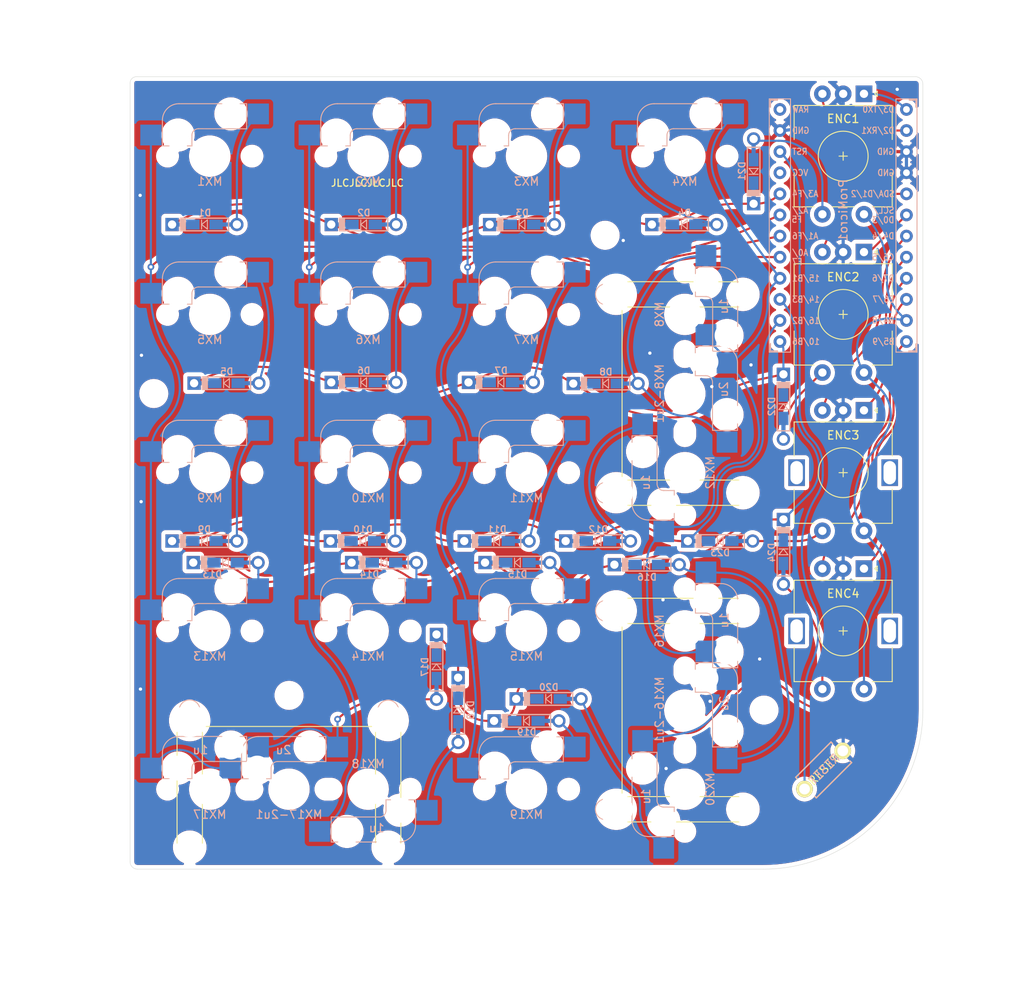
<source format=kicad_pcb>
(kicad_pcb (version 20210925) (generator pcbnew)
  (layers (0 "F.Cu" signal) (31 "B.Cu" signal) (34 "B.Paste" user) (35 "F.Paste" user) (36 "B.SilkS" user "B.Silkscreen") (37 "F.SilkS" user "F.Silkscreen") (38 "B.Mask" user) (39 "F.Mask" user) (44 "Edge.Cuts" user))
  (net 0 "")
  (net 1 "row1")
  (net 2 "Net-(D1-Pad2)")
  (net 3 "Net-(D2-Pad2)")
  (net 4 "Net-(D3-Pad2)")
  (net 5 "Net-(D4-Pad2)")
  (net 6 "row2")
  (net 7 "Net-(D5-Pad2)")
  (net 8 "Net-(D6-Pad2)")
  (net 9 "Net-(D7-Pad2)")
  (net 10 "Net-(D8-Pad2)")
  (net 11 "row3")
  (net 12 "Net-(D9-Pad2)")
  (net 13 "Net-(D10-Pad2)")
  (net 14 "Net-(D11-Pad2)")
  (net 15 "Net-(D12-Pad2)")
  (net 16 "row4")
  (net 17 "Net-(D13-Pad2)")
  (net 18 "Net-(D14-Pad2)")
  (net 19 "Net-(D15-Pad2)")
  (net 20 "Net-(D16-Pad2)")
  (net 21 "Net-(D17-Pad2)")
  (net 22 "Net-(D18-Pad2)")
  (net 23 "Net-(D19-Pad2)")
  (net 24 "Net-(D20-Pad2)")
  (net 25 "row0")
  (net 26 "Net-(D21-Pad2)")
  (net 27 "Net-(D22-Pad2)")
  (net 28 "Net-(D23-Pad2)")
  (net 29 "Net-(D24-Pad2)")
  (net 30 "enc1A")
  (net 31 "GND")
  (net 32 "enc1B")
  (net 33 "col0")
  (net 34 "enc2B")
  (net 35 "enc2A")
  (net 36 "col1")
  (net 37 "enc3B")
  (net 38 "enc3A")
  (net 39 "col2")
  (net 40 "enc4B")
  (net 41 "enc4A")
  (net 42 "col3")
  (net 43 "reset")
  (net 45 "vcc")
  (net 46 "col4")
  (footprint "Envoy:Diode-Hybrid-Back" (layer "F.Cu") (at 108.95 73.3 180)
    (fp_text reference "D1")
    (fp_text value "D_Small" hide)
  )
  (footprint "Envoy:Diode-Hybrid-Back" (layer "F.Cu") (at 128.1 73.3 180)
    (fp_text reference "D2")
    (fp_text value "D_Small" hide)
  )
  (footprint "Envoy:Diode-Hybrid-Back" (layer "F.Cu") (at 147.151 73.3 180)
    (fp_text reference "D3")
    (fp_text value "D_Small" hide)
  )
  (footprint "Envoy:Diode-Hybrid-Back" (layer "F.Cu") (at 166.675 73.3 180)
    (fp_text reference "D4")
    (fp_text value "D_Small" hide)
  )
  (footprint "Envoy:Diode-Hybrid-Back" (layer "F.Cu") (at 111.6 92.4 180)
    (fp_text reference "D5")
    (fp_text value "D_Small" hide)
  )
  (footprint "Envoy:Diode-Hybrid-Back" (layer "F.Cu") (at 128.1 92.3 180)
    (fp_text reference "D6")
    (fp_text value "D_Small" hide)
  )
  (footprint "Envoy:Diode-Hybrid-Back" (layer "F.Cu") (at 144.6135 92.3 180)
    (fp_text reference "D7")
    (fp_text value "D_Small" hide)
  )
  (footprint "Envoy:Diode-Hybrid-Back" (layer "F.Cu") (at 157.2135 92.44375 180)
    (fp_text reference "D8")
    (fp_text value "D_Small" hide)
  )
  (footprint "Envoy:Diode-Hybrid-Back" (layer "F.Cu") (at 108.95 111.4 180)
    (fp_text reference "D9")
    (fp_text value "D_Small" hide)
  )
  (footprint "Envoy:Diode-Hybrid-Back" (layer "F.Cu") (at 128 111.4 180)
    (fp_text reference "D10")
    (fp_text value "D_Small" hide)
  )
  (footprint "Envoy:Diode-Hybrid-Back" (layer "F.Cu") (at 144.1 111.4 180)
    (fp_text reference "D11")
    (fp_text value "D_Small" hide)
  )
  (footprint "Envoy:Diode-Hybrid-Back" (layer "F.Cu") (at 156.3 111.4 180)
    (fp_text reference "D12")
    (fp_text value "D_Small" hide)
  )
  (footprint "Envoy:Diode-Hybrid-Back" (layer "F.Cu") (at 146.6 113.99375 180)
    (fp_text reference "D15")
    (fp_text value "D_Small" hide)
  )
  (footprint "Envoy:Diode-Hybrid-Back" (layer "F.Cu") (at 136.8635 126.54375 90)
    (fp_text reference "D17")
    (fp_text value "D_Small" hide)
  )
  (footprint "Envoy:Diode-Hybrid-Back" (layer "F.Cu") (at 139.4635 131.74375 90)
    (fp_text reference "D18")
    (fp_text value "D_Small" hide)
  )
  (footprint "Envoy:Diode-Hybrid-Back" (layer "F.Cu") (at 178.6 95.23125 90)
    (fp_text reference "D22")
    (fp_text value "D_Small" hide)
  )
  (footprint "Keebio_parts:RotaryEncoder_EC11" (layer "F.Cu") (at 185.7885 103.16875 -90)
    (fp_text reference "ENC3")
    (fp_text value "Rotary_Encoder_Switch")
  )
  (footprint "Envoy:MXOnly-1U-Hotswap" (layer "F.Cu") (at 109.5885 65.06875)
    (fp_text reference "MX1")
    (fp_text value "MX-NoLED")
  )
  (footprint "Envoy:MXOnly-1U-Hotswap" (layer "F.Cu") (at 128.6385 65.06875)
    (fp_text reference "MX2")
    (fp_text value "MX-NoLED")
  )
  (footprint "Envoy:MXOnly-1U-Hotswap" (layer "F.Cu") (at 147.6885 65.06875)
    (fp_text reference "MX3")
    (fp_text value "MX-NoLED")
  )
  (footprint "Envoy:MXOnly-1U-HotswapReversed" (layer "F.Cu") (at 166.7385 65.06875)
    (fp_text reference "MX4")
    (fp_text value "MX-NoLED")
  )
  (footprint "Envoy:MXOnly-1U-Hotswap" (layer "F.Cu") (at 109.5885 84.11875)
    (fp_text reference "MX5")
    (fp_text value "MX-NoLED")
  )
  (footprint "Envoy:MXOnly-1U-Hotswap" (layer "F.Cu") (at 147.6885 84.11875)
    (fp_text reference "MX7")
    (fp_text value "MX-NoLED")
  )
  (footprint "Envoy:MXOnly-1U-HotswapReversed-2KeyAlternativeLeft" (layer "F.Cu") (at 166.7385 84.11875 -90)
    (fp_text reference "MX8")
    (fp_text value "MX-NoLED")
  )
  (footprint "Envoy:MXOnly-1U-Hotswap" (layer "F.Cu") (at 109.5885 103.16875)
    (fp_text reference "MX9")
    (fp_text value "MX-NoLED")
  )
  (footprint "Envoy:MXOnly-1U-Hotswap" (layer "F.Cu") (at 128.6385 103.16875)
    (fp_text reference "MX10")
    (fp_text value "MX-NoLED")
  )
  (footprint "Envoy:MXOnly-1U-Hotswap" (layer "F.Cu") (at 147.6885 103.16875)
    (fp_text reference "MX11")
    (fp_text value "MX-NoLED")
  )
  (footprint "Envoy:MXOnly-1U-Hotswap-2KeyAlternativeLeft" (layer "F.Cu") (at 166.7385 103.16875 90)
    (fp_text reference "MX12")
    (fp_text value "MX-NoLED")
  )
  (footprint "Envoy:MXOnly-1U-Hotswap" (layer "F.Cu") (at 109.5885 122.21875)
    (fp_text reference "MX13")
    (fp_text value "MX-NoLED")
  )
  (footprint "Envoy:MXOnly-1U-Hotswap" (layer "F.Cu") (at 147.6885 122.21875)
    (fp_text reference "MX15")
    (fp_text value "MX-NoLED")
  )
  (footprint "Envoy:MXOnly-1U-HotswapReversed-2KeyAlternativeLeft" (layer "F.Cu") (at 166.7385 122.21875 -90)
    (fp_text reference "MX16")
    (fp_text value "MX-NoLED")
  )
  (footprint "Envoy:MXOnly-1U-Hotswap-2KeyAlternativeLeft" (layer "F.Cu") (at 109.5885 141.26875)
    (fp_text reference "MX17")
    (fp_text value "MX-NoLED")
  )
  (footprint "Envoy:MXOnly-1U-HotswapReversed-2KeyAlternativeLeft" (layer "F.Cu") (at 128.6385 141.26875 180)
    (fp_text reference "MX18")
    (fp_text value "MX-NoLED")
  )
  (footprint "Envoy:MXOnly-1U-HotswapReversed-2KeyAlternativeLeft" (layer "F.Cu") (at 166.7385 141.26875 90)
    (fp_text reference "MX20")
    (fp_text value "MX-NoLED")
  )
  (footprint "Envoy:MXOnly-1U-Hotswap" (layer "F.Cu") (at 147.6885 141.26875)
    (fp_text reference "MX19")
    (fp_text value "MX-NoLED")
  )
  (footprint "Envoy:MXOnly-2U-Hotswap-2KeyAlternative" (layer "F.Cu") (at 166.7385 131.74375 -90)
    (fp_text reference "MX16-2u1")
    (fp_text value "MX-NoLED")
  )
  (footprint "Envoy:MXOnly-2U-Hotswap-ReversedStabilizers-Alternative" (layer "F.Cu") (at 119.1135 141.26875)
    (fp_text reference "MX17-2u1")
    (fp_text value "MX-NoLED")
  )
  (footprint "Envoy:MXOnly-2U-Hotswap-2KeyAlternative" (layer "F.Cu") (at 166.7385 93.64375 -90)
    (fp_text reference "MX8-2u1")
    (fp_text value "MX-NoLED")
  )
  (footprint "Envoy:MXOnly-1U-Hotswap" (layer "F.Cu") (at 128.6385 84.11875)
    (fp_text reference "MX6")
    (fp_text value "MX-NoLED")
  )
  (footprint "Envoy:Diode-Hybrid-Back" (layer "F.Cu") (at 111.5 113.99375 180)
    (fp_text reference "D13")
    (fp_text value "D_Small" hide)
  )
  (footprint "Envoy:MXOnly-1U-Hotswap" (layer "F.Cu") (at 128.6385 122.21875)
    (fp_text reference "MX14")
    (fp_text value "MX-NoLED")
  )
  (footprint "Envoy:Diode-Hybrid-Back" (layer "F.Cu") (at 178.6 112.7 90)
    (fp_text reference "D24")
    (fp_text value "D_Small" hide)
  )
  (footprint "Keebio_parts:RotaryEncoder_EC11" (layer "F.Cu") (at 185.7885 122.21875 -90)
    (fp_text reference "ENC4")
    (fp_text value "Rotary_Encoder_Switch")
  )
  (footprint "Envoy:Diode-Hybrid-Back" (layer "F.Cu") (at 175.0135 66.9 -90)
    (fp_text reference "D21")
    (fp_text value "D_Small" hide)
  )
  (footprint "Envoy:Diode-Hybrid-Back" (layer "F.Cu") (at 171 111.4 180)
    (fp_text reference "D23")
    (fp_text value "D_Small" hide)
  )
  (footprint "kbd:ResetSW" (layer "F.Cu") (at 183.439 138.951 45)
    (fp_text reference "RESET1" hide)
    (fp_text value "SW_PUSH")
  )
  (footprint "Envoy:Diode-Hybrid-Back" (layer "F.Cu") (at 130.55 113.99375 180)
    (fp_text reference "D14")
    (fp_text value "D_Small" hide)
  )
  (footprint "Envoy:ProMicro_v3" (layer "F.Cu") (at 185.7885 73.927)
    (fp_text reference "ProMicro1")
    (fp_text value "ProMicro" hide)
  )
  (footprint "Keebio-Parts:RotaryEncoder_EC11-no-legs" (layer "F.Cu") (at 185.7885 65.06875 -90)
    (fp_text reference "ENC1")
    (fp_text value "Rotary_Encoder_Switch")
  )
  (footprint "MountingHole:MountingHole_2.5mm" (layer "F.Cu") (at 102.851 93.64375)
    (fp_text reference "H1" hide)
    (fp_text value "MountingHole")
  )
  (footprint "MountingHole:MountingHole_2.5mm" (layer "F.Cu") (at 157.15 74.59375)
    (fp_text reference "H2" hide)
    (fp_text value "MountingHole")
  )
  (footprint "MountingHole:MountingHole_2.5mm" (layer "F.Cu") (at 119.1235 129.97375)
    (fp_text reference "H3" hide)
    (fp_text value "MountingHole")
  )
  (footprint "MountingHole:MountingHole_2.5mm" (layer "F.Cu") (at 176.2635 131.74375)
    (fp_text reference "H4" hide)
    (fp_text value "MountingHole")
  )
  (footprint "Envoy:Diode-Hybrid-Back" (layer "F.Cu") (at 150.351 130.4 180)
    (fp_text reference "D20")
    (fp_text value "D_Small" hide)
  )
  (footprint "Envoy:Diode-Hybrid-Back" (layer "F.Cu") (at 147.6885 133.04375 180)
    (fp_text reference "D19")
    (fp_text value "D_Small" hide)
  )
  (footprint "Envoy:Diode-Hybrid-Back" (layer "F.Cu") (at 162.1635 114.24375 180)
    (fp_text reference "D16")
    (fp_text value "D_Small" hide)
  )
  (footprint "Keebio-Parts:RotaryEncoder_EC11-no-legs" (layer "F.Cu") (at 185.7885 84.11875 -90)
    (fp_text reference "ENC2")
    (fp_text value "Rotary_Encoder_Switch")
  )
  (gr_line (start 195.377 56.401) (end 195.377 131.712) (layer "Edge.Cuts") (width 0.05))
  (gr_line (start 176.2 150.889) (end 100.889 150.889) (layer "Edge.Cuts") (width 0.05))
  (gr_line (start 100 150) (end 100 56.274) (layer "Edge.Cuts") (width 0.05))
  (gr_line (start 100.762 55.512) (end 194.488 55.512) (layer "Edge.Cuts") (width 0.05))
  (gr_arc (start 100.762 56.274) (end 100.762 55.512) (angle -90) (layer "Edge.Cuts") (width 0.05))
  (gr_arc (start 176.2 131.712) (end 176.2 150.889) (angle -90) (layer "Edge.Cuts") (width 0.05))
  (gr_arc (start 194.488 56.401) (end 195.377 56.401) (angle -90) (layer "Edge.Cuts") (width 0.05))
  (gr_arc (start 100.889 150) (end 100 150) (angle -90) (layer "Edge.Cuts") (width 0.05))
  (gr_text "1u" (at 171.4635 120.94375 90) (layer "B.SilkS") (effects (font (size 1 1)) (justify mirror)))
  (gr_text "D0/3" (at 191.9999 72.751) (layer "B.SilkS") (effects (font (size 0.75 0.67) (thickness 0.125)) (justify left mirror)))
  (gr_text "2u" (at 118.4635 136.54375) (layer "B.SilkS") (effects (font (size 1 1)) (justify mirror)))
  (gr_text "F5" (at 179.5221 72.7) (layer "B.SilkS") (effects (font (size 0.75 0.67) (thickness 0.125)) (justify right mirror)))
  (gr_text "1u" (at 162.0635 142.14375 90) (layer "B.SilkS") (effects (font (size 1 1)) (justify mirror)))
  (gr_text "1u" (at 162.0135 104.34375 90) (layer "B.SilkS") (effects (font (size 1 1)) (justify mirror)))
  (gr_text "1u" (at 129.6635 145.94375) (layer "B.SilkS") (effects (font (size 1 1)) (justify mirror)))
  (gr_text "2u" (at 171.4635 130.94375 90) (layer "B.SilkS") (effects (font (size 1 1)) (justify mirror)))
  (gr_text "2u" (at 171.4135 93.14375 90) (layer "B.SilkS") (effects (font (size 1 1)) (justify mirror)))
  (gr_text "1u" (at 108.4635 136.54375) (layer "B.SilkS") (effects (font (size 1 1)) (justify mirror)))
  (gr_text "1u" (at 171.4135 83.14375 90) (layer "B.SilkS") (effects (font (size 1 1)) (justify mirror)))
  (gr_text "F7" (at 179.5799 77.8) (layer "B.SilkS") (effects (font (size 0.75 0.67) (thickness 0.125)) (justify right mirror)))
  (gr_text "JLCJLCJLCJLC" (at 128.551 68.3) (layer "F.SilkS") (effects (font (size 0.85 0.85))))
  (segment (start 140.7135 92.3) (end 143.777244 91.044175) (width 0.25) (layer "F.Cu") (net 1))
  (segment (start 152.474607 91.943467) (end 153.3135 92.44375) (width 0.25) (layer "F.Cu") (net 1))
  (segment (start 174.958173 92.113833) (end 178.6 91.33125) (width 0.25) (layer "F.Cu") (net 1))
  (segment (start 122.822895 91.791015) (end 124.2 92.3) (width 0.25) (layer "F.Cu") (net 1))
  (segment (start 153.3135 92.44375) (end 156.084374 94.053869) (width 0.25) (layer "F.Cu") (net 1))
  (segment (start 107.7 92.4) (end 109.076684 91.761594) (width 0.25) (layer "F.Cu") (net 1))
  (segment (start 137.039685 93.503736) (end 140.7135 92.3) (width 0.25) (layer "F.Cu") (net 1))
  (segment (start 124.2 92.3) (end 125.885053 93.018042) (width 0.25) (layer "F.Cu") (net 1))
  (arc (start 109.076684 91.761594) (mid 112.044611 90.759382) (end 115.158746 90.42) (width 0.25) (layer "F.Cu") (net 1))
  (arc (start 115.158746 90.42) (mid 119.051699 90.765453) (end 122.822895 91.791015) (width 0.25) (layer "F.Cu") (net 1))
  (arc (start 170.43755 94.479303) (mid 168.084374 95.975243) (end 165.348081 96.512316) (width 0.25) (layer "F.Cu") (net 1))
  (arc (start 146.945612 90.42) (mid 145.331032 90.577529) (end 143.777244 91.044175) (width 0.25) (layer "F.Cu") (net 1))
  (arc (start 170.43755 94.479303) (mid 172.536965 92.989081) (end 174.958173 92.113833) (width 0.25) (layer "F.Cu") (net 1))
  (arc (start 125.885053 93.018042) (mid 128.935592 93.968764) (end 132.11466 94.29) (width 0.25) (layer "F.Cu") (net 1))
  (arc (start 146.945612 90.42) (mid 149.813134 90.807834) (end 152.474607 91.943467) (width 0.25) (layer "F.Cu") (net 1))
  (arc (start 156.084374 94.053869) (mid 160.551139 95.905122) (end 165.348081 96.512316) (width 0.25) (layer "F.Cu") (net 1))
  (arc (start 137.039685 93.503736) (mid 134.608418 94.092198) (end 132.11466 94.29) (width 0.25) (layer "F.Cu") (net 1))
  (segment (start 178.6 91.33125) (end 178.6 88.403135) (width 0.25) (layer "B.Cu") (net 1))
  (arc (start 178.6 88.403135) (mid 178.490821 87.854287) (end 178.1799 87.389) (width 0.25) (layer "B.Cu") (net 1))
  (segment (start 112.85 66.218556) (end 112.85 73.3) (width 0.25) (layer "B.Cu") (net 2))
  (arc (start 115.4305 59.98875) (mid 113.520636 62.847037) (end 112.85 66.218556) (width 0.25) (layer "B.Cu") (net 2))
  (segment (start 132 65.916819) (end 132 73.3) (width 0.25) (layer "B.Cu") (net 3))
  (segment (start 134.4805 59.98875) (end 134.4555 59.98875) (width 0.25) (layer "B.Cu") (net 3))
  (arc (start 134.4555 59.98875) (mid 132.638158 62.708584) (end 132 65.916819) (width 0.25) (layer "B.Cu") (net 3))
  (segment (start 151.051 65.974788) (end 151.051 73.3) (width 0.25) (layer "B.Cu") (net 4))
  (arc (start 151.051 65.974788) (mid 151.6954 62.735169) (end 153.5305 59.98875) (width 0.25) (layer "B.Cu") (net 4))
  (segment (start 159.6535 62.52875) (end 159.736928 64.448269) (width 0.25) (layer "B.Cu") (net 5))
  (segment (start 168.231236 72.65911) (end 170.575 73.3) (width 0.25) (layer "B.Cu") (net 5))
  (arc (start 162.209676 69.489365) (mid 160.445809 67.227555) (end 159.736928 64.448269) (width 0.25) (layer "B.Cu") (net 5))
  (arc (start 162.209676 69.489365) (mid 165.047319 71.403146) (end 168.231236 72.65911) (width 0.25) (layer "B.Cu") (net 5))
  (segment (start 140.2 111.4) (end 140.978656 111.4) (width 0.25) (layer "F.Cu") (net 6))
  (segment (start 166.309242 111.4) (end 167.1 111.4) (width 0.25) (layer "F.Cu") (net 6))
  (segment (start 124.1 111.4) (end 125.917849 111.4) (width 0.25) (layer "F.Cu") (net 6))
  (segment (start 132.212256 109.399493) (end 132.849727 109.410043) (width 0.25) (layer "F.Cu") (net 6))
  (segment (start 152.4 111.4) (end 154.200409 111.4) (width 0.25) (layer "F.Cu") (net 6))
  (segment (start 138.75952 111.4) (end 140.2 111.4) (width 0.25) (layer "F.Cu") (net 6))
  (segment (start 105.05 111.4) (end 105.687079 111.4) (width 0.25) (layer "F.Cu") (net 6))
  (segment (start 122.353939 111.4) (end 124.1 111.4) (width 0.25) (layer "F.Cu") (net 6))
  (segment (start 149.679083 110.205238) (end 150.061051 110.533339) (width 0.25) (layer "F.Cu") (net 6))
  (arc (start 154.200409 111.4) (mid 155.913961 111.13184) (end 157.463744 110.352943) (width 0.25) (layer "F.Cu") (net 6))
  (arc (start 157.463744 110.352943) (mid 158.815023 109.673825) (end 160.309173 109.44) (width 0.25) (layer "F.Cu") (net 6))
  (arc (start 147.478929 109.376099) (mid 148.652156 109.596571) (end 149.679083 110.205238) (width 0.25) (layer "F.Cu") (net 6))
  (arc (start 111.332459 109.859483) (mid 108.613015 111.007946) (end 105.687079 111.4) (width 0.25) (layer "F.Cu") (net 6))
  (arc (start 118.540558 110.237351) (mid 116.60359 109.316211) (end 114.482082 109) (width 0.25) (layer "F.Cu") (net 6))
  (arc (start 122.353939 111.4) (mid 120.360591 111.102877) (end 118.540558 110.237351) (width 0.25) (layer "F.Cu") (net 6))
  (arc (start 140.978656 111.4) (mid 143.002664 111.089855) (end 144.840822 110.187959) (width 0.25) (layer "F.Cu") (net 6))
  (arc (start 132.849727 109.410043) (mid 134.568147 109.709488) (end 136.111724 110.521893) (width 0.25) (layer "F.Cu") (net 6))
  (arc (start 128.983341 110.411389) (mid 127.528323 111.146736) (end 125.917849 111.4) (width 0.25) (layer "F.Cu") (net 6))
  (arc (start 147.478929 109.376099) (mid 146.096519 109.576154) (end 144.840822 110.187959) (width 0.25) (layer "F.Cu") (net 6))
  (arc (start 163.401051 110.450023) (mid 164.779544 111.156491) (end 166.309242 111.4) (width 0.25) (layer "F.Cu") (net 6))
  (arc (start 163.401051 110.450023) (mid 161.935427 109.698904) (end 160.309173 109.44) (width 0.25) (layer "F.Cu") (net 6))
  (arc (start 111.332459 109.859483) (mid 112.849688 109.218728) (end 114.482082 109) (width 0.25) (layer "F.Cu") (net 6))
  (arc (start 132.212256 109.399493) (mid 130.516087 109.644703) (end 128.983341 110.411389) (width 0.25) (layer "F.Cu") (net 6))
  (arc (start 138.75952 111.4) (mid 137.364702 111.174743) (end 136.111724 110.521893) (width 0.25) (layer "F.Cu") (net 6))
  (arc (start 152.4 111.4) (mid 151.152859 111.176369) (end 150.061051 110.533339) (width 0.25) (layer "F.Cu") (net 6))
  (segment (start 170.7 105.283108) (end 170.7 106.274091) (width 0.25) (layer "B.Cu") (net 6))
  (segment (start 176.126489 89.806385) (end 176.126489 98.81924) (width 0.25) (layer "B.Cu") (net 6))
  (segment (start 174.984972 101.575038) (end 174.696266 101.863734) (width 0.25) (layer "B.Cu") (net 6))
  (segment (start 169.62102 108.87898) (end 167.1 111.4) (width 0.25) (layer "B.Cu") (net 6))
  (arc (start 173.282053 102.44952) (mid 172.362003 102.632529) (end 171.582022 103.153696) (width 0.25) (layer "B.Cu") (net 6))
  (arc (start 174.696266 101.863734) (mid 174.04742 102.297279) (end 173.282053 102.44952) (width 0.25) (layer "B.Cu") (net 6))
  (arc (start 170.7 106.274091) (mid 170.419582 107.683847) (end 169.62102 108.87898) (width 0.25) (layer "B.Cu") (net 6))
  (arc (start 176.126489 98.81924) (mid 175.829817 100.310672) (end 174.984972 101.575038) (width 0.25) (layer "B.Cu") (net 6))
  (arc (start 176.126489 89.806385) (mid 176.660156 87.123462) (end 178.1799 84.849) (width 0.25) (layer "B.Cu") (net 6))
  (arc (start 171.582022 103.153696) (mid 170.929234 104.13067) (end 170.7 105.283108) (width 0.25) (layer "B.Cu") (net 6))
  (segment (start 115.4305 79.03875) (end 115.940688 80.612303) (width 0.25) (layer "B.Cu") (net 7))
  (segment (start 115.94572 90.794415) (end 115.5 92.4) (width 0.25) (layer "B.Cu") (net 7))
  (segment (start 116.6885 85.343391) (end 116.6885 85.341897) (width 0.25) (layer "B.Cu") (net 7))
  (arc (start 116.6885 85.341897) (mid 116.501951 88.093336) (end 115.94572 90.794415) (width 0.25) (layer "B.Cu") (net 7))
  (arc (start 116.6885 85.343391) (mid 116.500394 82.948479) (end 115.940688 80.612303) (width 0.25) (layer "B.Cu") (net 7))
  (segment (start 132 85.02715) (end 132 92.3) (width 0.25) (layer "B.Cu") (net 8))
  (arc (start 132 85.02715) (mid 132.644651 81.786273) (end 134.4805 79.03875) (width 0.25) (layer "B.Cu") (net 8))
  (segment (start 153.5305 79.03875) (end 152.8326 80.030191) (width 0.25) (layer "B.Cu") (net 9))
  (segment (start 150.46602 84.725011) (end 150.471004 84.709996) (width 0.25) (layer "B.Cu") (net 9))
  (segment (start 149.532876 88.010918) (end 148.5135 92.3) (width 0.25) (layer "B.Cu") (net 9))
  (arc (start 152.8326 80.030191) (mid 151.477117 82.290802) (end 150.46602 84.725011) (width 0.25) (layer "B.Cu") (net 9))
  (arc (start 149.532876 88.010918) (mid 149.965985 86.350239) (end 150.471004 84.709996) (width 0.25) (layer "B.Cu") (net 9))
  (segment (start 160.881535 83.640032) (end 160.881281 83.640586) (width 0.25) (layer "B.Cu") (net 10))
  (segment (start 170.016487 97.683737) (end 171.8185 99.48575) (width 0.25) (layer "B.Cu") (net 10))
  (segment (start 160.902404 92.062951) (end 161.1135 92.44375) (width 0.25) (layer "B.Cu") (net 10))
  (segment (start 161.1135 92.44375) (end 163.763413 95.093663) (width 0.25) (layer "B.Cu") (net 10))
  (segment (start 169.2785 77.03375) (end 167.975624 77.137971) (width 0.25) (layer "B.Cu") (net 10))
  (arc (start 160.881535 83.640032) (mid 161.910794 81.669569) (end 163.140833 79.81719) (width 0.25) (layer "B.Cu") (net 10))
  (arc (start 167.975624 77.137971) (mid 165.268354 77.954486) (end 163.140833 79.81719) (width 0.25) (layer "B.Cu") (net 10))
  (arc (start 170.016487 97.683737) (mid 168.53225 96.692002) (end 166.78143 96.34375) (width 0.25) (layer "B.Cu") (net 10))
  (arc (start 163.763413 95.093663) (mid 165.148071 96.018862) (end 166.78143 96.34375) (width 0.25) (layer "B.Cu") (net 10))
  (arc (start 159.894925 87.497462) (mid 160.215447 85.524869) (end 160.881281 83.640586) (width 0.25) (layer "B.Cu") (net 10))
  (arc (start 159.894925 87.497462) (mid 160.066515 89.853535) (end 160.902404 92.062951) (width 0.25) (layer "B.Cu") (net 10))
  (segment (start 153.329035 117.263135) (end 153.330248 117.259192) (width 0.25) (layer "F.Cu") (net 11))
  (segment (start 165.052753 112.758794) (end 167.921288 112.84375) (width 0.25) (layer "F.Cu") (net 11))
  (segment (start 112.964734 114.983741) (end 113.85082 115.564301) (width 0.25) (layer "F.Cu") (net 11))
  (segment (start 158.2635 114.24375) (end 159.087078 114.155102) (width 0.25) (layer "F.Cu") (net 11))
  (segment (start 163.849963 112.971774) (end 163.851725 112.971071) (width 0.25) (layer "F.Cu") (net 11))
  (segment (start 122.921562 114.463225) (end 126.65 113.99375) (width 0.25) (layer "F.Cu") (net 11))
  (segment (start 148.5343 118.998919) (end 148.663589 119.07287) (width 0.25) (layer "F.Cu") (net 11))
  (segment (start 150.974793 119.35404) (end 151.283313 119.266177) (width 0.25) (layer "F.Cu") (net 11))
  (segment (start 107.6 113.99375) (end 109.64733 113.99375) (width 0.25) (layer "F.Cu") (net 11))
  (segment (start 142.033832 113.99375) (end 142.7 113.99375) (width 0.25) (layer "F.Cu") (net 11))
  (segment (start 142.7 113.99375) (end 142.863058 114.028204) (width 0.25) (layer "F.Cu") (net 11))
  (segment (start 157.014568 114.522786) (end 158.2635 114.24375) (width 0.25) (layer "F.Cu") (net 11))
  (segment (start 177.683814 108.8) (end 178.6 108.8) (width 0.25) (layer "F.Cu") (net 11))
  (segment (start 126.65 113.99375) (end 128.041321 113.99375) (width 0.25) (layer "F.Cu") (net 11))
  (arc (start 116.483477 116.331681) (mid 115.109897 116.144515) (end 113.85082 115.564301) (width 0.25) (layer "F.Cu") (net 11))
  (arc (start 116.483477 116.331681) (mid 118.12839 116.111079) (end 119.673068 115.504138) (width 0.25) (layer "F.Cu") (net 11))
  (arc (start 167.921288 112.84375) (mid 169.431772 112.543296) (end 170.712308 111.687692) (width 0.25) (layer "F.Cu") (net 11))
  (arc (start 170.712308 111.687692) (mid 173.910862 109.550487) (end 177.683814 108.8) (width 0.25) (layer "F.Cu") (net 11))
  (arc (start 153.329035 117.263135) (mid 152.560541 118.524411) (end 151.283313 119.266177) (width 0.25) (layer "F.Cu") (net 11))
  (arc (start 159.087078 114.155102) (mid 161.509231 113.725895) (end 163.850592 112.971523) (width 0.25) (layer "F.Cu") (net 11))
  (arc (start 148.5343 118.998919) (mid 147.396253 118.054508) (end 146.646232 116.779953) (width 0.25) (layer "F.Cu") (net 11))
  (arc (start 109.64733 113.99375) (mid 111.378316 114.246526) (end 112.964734 114.983741) (width 0.25) (layer "F.Cu") (net 11))
  (arc (start 148.663589 119.07287) (mid 149.790802 119.446808) (end 150.974793 119.35404) (width 0.25) (layer "F.Cu") (net 11))
  (arc (start 135.603306 116.24125) (mid 137.168234 115.900022) (end 138.576107 115.136263) (width 0.25) (layer "F.Cu") (net 11))
  (arc (start 165.052753 112.758794) (mid 164.441227 112.803322) (end 163.851725 112.971071) (width 0.25) (layer "F.Cu") (net 11))
  (arc (start 157.014568 114.522786) (mid 155.620187 114.999466) (end 154.362638 115.768063) (width 0.25) (layer "F.Cu") (net 11))
  (arc (start 133.358346 115.636868) (mid 130.823909 114.413902) (end 128.041321 113.99375) (width 0.25) (layer "F.Cu") (net 11))
  (arc (start 133.358346 115.636868) (mid 134.42953 116.129705) (end 135.603306 116.24125) (width 0.25) (layer "F.Cu") (net 11))
  (arc (start 145.96919 115.722682) (mid 146.363716 116.215713) (end 146.646232 116.779953) (width 0.25) (layer "F.Cu") (net 11))
  (arc (start 119.673068 115.504138) (mid 121.249074 114.833146) (end 122.921562 114.463225) (width 0.25) (layer "F.Cu") (net 11))
  (arc (start 145.96919 115.722682) (mid 144.540325 114.647716) (end 142.863058 114.028204) (width 0.25) (layer "F.Cu") (net 11))
  (arc (start 153.330248 117.259192) (mid 153.73105 116.433792) (end 154.362638 115.768063) (width 0.25) (layer "F.Cu") (net 11))
  (arc (start 142.033832 113.99375) (mid 140.213066 114.286766) (end 138.576107 115.136263) (width 0.25) (layer "F.Cu") (net 11))
  (segment (start 178.360305 82.492819) (end 178.694831 82.884497) (width 0.25) (layer "B.Cu") (net 11))
  (segment (start 179.856867 85.165112) (end 179.977113 85.665972) (width 0.25) (layer "B.Cu") (net 11))
  (segment (start 180.098105 86.688224) (end 180.10052 86.94577) (width 0.25) (layer "B.Cu") (net 11))
  (segment (start 179.977113 85.665972) (end 180.057692 86.174721) (width 0.25) (layer "B.Cu") (net 11))
  (segment (start 180.057692 86.174721) (end 180.098105 86.688224) (width 0.25) (layer "B.Cu") (net 11))
  (segment (start 182.88048 102.514441) (end 182.88048 102.655559) (width 0.25) (layer "B.Cu") (net 11))
  (segment (start 178.694831 82.884497) (end 178.997595 83.301214) (width 0.25) (layer "B.Cu") (net 11))
  (segment (start 179.500578 84.19935) (end 179.697695 84.675232) (width 0.25) (layer "B.Cu") (net 11))
  (segment (start 179.697695 84.675232) (end 179.856867 85.165112) (width 0.25) (layer "B.Cu") (net 11))
  (segment (start 178.1799 82.309) (end 178.360305 82.492819) (width 0.25) (layer "B.Cu") (net 11))
  (segment (start 181.56246 105.83754) (end 178.6 108.8) (width 0.25) (layer "B.Cu") (net 11))
  (segment (start 178.997595 83.301214) (end 179.26673 83.740401) (width 0.25) (layer "B.Cu") (net 11))
  (segment (start 180.10052 86.94577) (end 180.10052 95.80306) (width 0.25) (layer "B.Cu") (net 11))
  (segment (start 179.26673 83.740401) (end 179.500578 84.19935) (width 0.25) (layer "B.Cu") (net 11))
  (arc (start 181.562461 99.332461) (mid 180.480459 97.713144) (end 180.10052 95.80306) (width 0.25) (layer "B.Cu") (net 11))
  (arc (start 182.88048 102.655559) (mid 182.537938 104.377635) (end 181.56246 105.83754) (width 0.25) (layer "B.Cu") (net 11))
  (arc (start 181.562461 99.332461) (mid 182.537938 100.792366) (end 182.88048 102.514441) (width 0.25) (layer "B.Cu") (net 11))
  (segment (start 112.85 104.31854) (end 112.85 111.4) (width 0.25) (layer "B.Cu") (net 12))
  (arc (start 115.4305 98.08875) (mid 113.520633 100.947036) (end 112.85 104.31854) (width 0.25) (layer "B.Cu") (net 12))
  (segment (start 131.9 104.318653) (end 131.9 111.4) (width 0.25) (layer "B.Cu") (net 13))
  (arc (start 134.4805 98.08875) (mid 132.570654 100.947045) (end 131.9 104.318653) (width 0.25) (layer "B.Cu") (net 13))
  (segment (start 150.089748 104.028882) (end 150.090851 104.026137) (width 0.25) (layer "B.Cu") (net 14))
  (segment (start 148.878735 107.80044) (end 148 111.4) (width 0.25) (layer "B.Cu") (net 14))
  (segment (start 150.086482 104.037012) (end 150.089748 104.028882) (width 0.25) (layer "B.Cu") (net 14))
  (segment (start 153.5305 98.08875) (end 153.049142 98.738477) (width 0.25) (layer "B.Cu") (net 14))
  (arc (start 150.090851 104.026137) (mid 149.417483 105.891672) (end 148.878735 107.80044) (width 0.25) (layer "B.Cu") (net 14))
  (arc (start 153.049142 98.738477) (mid 151.398309 101.292968) (end 150.086482 104.037012) (width 0.25) (layer "B.Cu") (net 14))
  (segment (start 160.2 111.4) (end 157.832826 109.565972) (width 0.25) (layer "B.Cu") (net 15))
  (segment (start 159.500821 98.115857) (end 161.6585 97.32675) (width 0.25) (layer "B.Cu") (net 15))
  (arc (start 156.050628 101.078462) (mid 157.507003 99.284235) (end 159.500821 98.115857) (width 0.25) (layer "B.Cu") (net 15))
  (arc (start 155.323745 105.37439) (mid 155.32426 103.165018) (end 156.050628 101.078462) (width 0.25) (layer "B.Cu") (net 15))
  (arc (start 157.832826 109.565972) (mid 156.183634 107.706377) (end 155.323745 105.37439) (width 0.25) (layer "B.Cu") (net 15))
  (segment (start 169.07593 133.63132) (end 173.315677 129.391573) (width 0.25) (layer "F.Cu") (net 16))
  (segment (start 139.4635 127.84375) (end 139.4635 129.830859) (width 0.25) (layer "F.Cu") (net 16))
  (segment (start 191.733636 97.916075) (end 191.918798 97.569662) (width 0.25) (layer "F.Cu") (net 16))
  (segment (start 139.4635 126.486391) (end 139.4635 127.84375) (width 0.25) (layer "F.Cu") (net 16))
  (segment (start 165.353614 134.283997) (end 165.671428 134.395205) (width 0.25) (layer "F.Cu") (net 16))
  (segment (start 175.17156 128.337385) (end 175.556805 128.260755) (width 0.25) (layer "F.Cu") (net 16))
  (segment (start 175.556805 128.260755) (end 175.947707 128.222254) (width 0.25) (layer "F.Cu") (net 16))
  (segment (start 176.144104 128.22) (end 176.163146 128.22) (width 0.25) (layer "F.Cu") (net 16))
  (segment (start 178.547472 129.005108) (end 178.851106 129.254294) (width 0.25) (layer "F.Cu") (net 16))
  (segment (start 165.999695 134.47013) (end 166.334287 134.507829) (width 0.25) (layer "F.Cu") (net 16))
  (segment (start 192.183135 96.830888) (end 192.259765 96.445643) (width 0.25) (layer "F.Cu") (net 16))
  (segment (start 189.982407 100.373148) (end 190.132722 100.010254) (width 0.25) (layer "F.Cu") (net 16))
  (segment (start 192.298266 96.054741) (end 192.30052 95.858344) (width 0.25) (layer "F.Cu") (net 16))
  (segment (start 192.404408 88.673163) (end 192.504642 88.431177) (width 0.25) (layer "F.Cu") (net 16))
  (segment (start 176.750445 128.260755) (end 177.13569 128.337385) (width 0.25) (layer "F.Cu") (net 16))
  (segment (start 163.613417 132.968174) (end 164.381321 133.631321) (width 0.25) (layer "F.Cu") (net 16))
  (segment (start 136.8635 122.64375) (end 138.584821 124.365071) (width 0.25) (layer "F.Cu") (net 16))
  (segment (start 165.05025 134.137905) (end 165.353614 134.283997) (width 0.25) (layer "F.Cu") (net 16))
  (segment (start 192.259765 96.445643) (end 192.298266 96.054741) (width 0.25) (layer "F.Cu") (net 16))
  (segment (start 178.220877 128.786884) (end 178.547472 129.005108) (width 0.25) (layer "F.Cu") (net 16))
  (segment (start 166.502641 134.51) (end 166.954609 134.51) (width 0.25) (layer "F.Cu") (net 16))
  (segment (start 173.759778 129.005108) (end 174.086373 128.786884) (width 0.25) (layer "F.Cu") (net 16))
  (segment (start 177.51157 128.451407) (end 177.874464 128.601722) (width 0.25) (layer "F.Cu") (net 16))
  (segment (start 174.79568 128.451407) (end 175.17156 128.337385) (width 0.25) (layer "F.Cu") (net 16))
  (segment (start 167.457555 134.47013) (end 167.785823 134.395205) (width 0.25) (layer "F.Cu") (net 16))
  (segment (start 191.266226 98.546304) (end 191.515412 98.24267) (width 0.25) (layer "F.Cu") (net 16))
  (segment (start 192.30052 89.316807) (end 192.302429 89.185845) (width 0.25) (layer "F.Cu") (net 16))
  (segment (start 177.874464 128.601722) (end 178.220877 128.786884) (width 0.25) (layer "F.Cu") (net 16))
  (segment (start 168.407001 134.137905) (end 168.692101 133.958765) (width 0.25) (layer "F.Cu") (net 16))
  (segment (start 191.515412 98.24267) (end 191.733636 97.916075) (width 0.25) (layer "F.Cu") (net 16))
  (segment (start 190.785294 99.033612) (end 190.922573 98.893145) (width 0.25) (layer "F.Cu") (net 16))
  (segment (start 189.753254 101.525175) (end 189.791755 101.134273) (width 0.25) (layer "F.Cu") (net 16))
  (segment (start 189.751 105.585466) (end 189.751 101.721572) (width 0.25) (layer "F.Cu") (net 16))
  (segment (start 190.922573 98.893145) (end 191.128947 98.686771) (width 0.25) (layer "F.Cu") (net 16))
  (segment (start 146.451 130.4) (end 146.545194 129.854477) (width 0.25) (layer "F.Cu") (net 16))
  (segment (start 192.795053 87.996547) (end 192.886307 87.902593) (width 0.25) (layer "F.Cu") (net 16))
  (segment (start 173.315677 129.391573) (end 173.456144 129.254294) (width 0.25) (layer "F.Cu") (net 16))
  (segment (start 168.95535 133.74883) (end 169.07593 133.63132) (width 0.25) (layer "F.Cu") (net 16))
  (segment (start 192.30052 95.858344) (end 192.30052 89.316807) (width 0.25) (layer "F.Cu") (net 16))
  (segment (start 164.501901 133.74883) (end 164.76515 133.958765) (width 0.25) (layer "F.Cu") (net 16))
  (segment (start 174.086373 128.786884) (end 174.432786 128.601722) (width 0.25) (layer "F.Cu") (net 16))
  (segment (start 176.163146 128.22) (end 176.359543 128.222254) (width 0.25) (layer "F.Cu") (net 16))
  (segment (start 191.128947 98.686771) (end 191.266226 98.546304) (width 0.25) (layer "F.Cu") (net 16))
  (segment (start 166.334287 134.507829) (end 166.502641 134.51) (width 0.25) (layer "F.Cu") (net 16))
  (segment (start 190.132722 100.010254) (end 190.317884 99.663841) (width 0.25) (layer "F.Cu") (net 16))
  (segment (start 146.216686 131.414721) (end 146.451 130.4) (width 0.25) (layer "F.Cu") (net 16))
  (segment (start 167.785823 134.395205) (end 168.103637 134.283997) (width 0.25) (layer "F.Cu") (net 16))
  (segment (start 165.671428 134.395205) (end 165.999695 134.47013) (width 0.25) (layer "F.Cu") (net 16))
  (segment (start 174.432786 128.601722) (end 174.79568 128.451407) (width 0.25) (layer "F.Cu") (net 16))
  (segment (start 178.851106 129.254294) (end 178.991573 129.391573) (width 0.25) (layer "F.Cu") (net 16))
  (segment (start 192.635604 88.204345) (end 192.795053 87.996547) (width 0.25) (layer "F.Cu") (net 16))
  (segment (start 192.336617 88.926162) (end 192.404408 88.673163) (width 0.25) (layer "F.Cu") (net 16))
  (segment (start 192.069113 97.206768) (end 192.183135 96.830888) (width 0.25) (layer "F.Cu") (net 16))
  (segment (start 175.947707 128.222254) (end 176.144104 128.22) (width 0.25) (layer "F.Cu") (net 16))
  (segment (start 143.7885 133.04375) (end 144.11422 133.04375) (width 0.25) (layer "F.Cu") (net 16))
  (segment (start 166.954609 134.51) (end 167.122964 134.507829) (width 0.25) (layer "F.Cu") (net 16))
  (segment (start 154.47765 127.1407) (end 154.478622 127.141138) (width 0.25) (layer "F.Cu") (net 16))
  (segment (start 164.381321 133.631321) (end 164.501901 133.74883) (width 0.25) (layer "F.Cu") (net 16))
  (segment (start 190.536108 99.337246) (end 190.785294 99.033612) (width 0.25) (layer "F.Cu") (net 16))
  (segment (start 167.122964 134.507829) (end 167.457555 134.47013) (width 0.25) (layer "F.Cu") (net 16))
  (segment (start 193.57 126.178166) (end 193.57 114.805372) (width 0.25) (layer "F.Cu") (net 16))
  (segment (start 142.977499 133.04375) (end 143.7885 133.04375) (width 0.25) (layer "F.Cu") (net 16))
  (segment (start 189.868385 100.749028) (end 189.982407 100.373148) (width 0.25) (layer "F.Cu") (net 16))
  (segment (start 189.751 101.721572) (end 189.753254 101.525175) (width 0.25) (layer "F.Cu") (net 16))
  (segment (start 190.317884 99.663841) (end 190.536108 99.337246) (width 0.25) (layer "F.Cu") (net 16))
  (segment (start 192.302429 89.185845) (end 192.336617 88.926162) (width 0.25) (layer "F.Cu") (net 16))
  (segment (start 164.76515 133.958765) (end 165.05025 134.137905) (width 0.25) (layer "F.Cu") (net 16))
  (segment (start 168.103637 134.283997) (end 168.407001 134.137905) (width 0.25) (layer "F.Cu") (net 16))
  (segment (start 189.791755 101.134273) (end 189.868385 100.749028) (width 0.25) (layer "F.Cu") (net 16))
  (segment (start 173.456144 129.254294) (end 173.759778 129.005108) (width 0.25) (layer "F.Cu") (net 16))
  (segment (start 176.359543 128.222254) (end 176.750445 128.260755) (width 0.25) (layer "F.Cu") (net 16))
  (segment (start 192.504642 88.431177) (end 192.635604 88.204345) (width 0.25) (layer "F.Cu") (net 16))
  (segment (start 151.07462 126.662218) (end 151.592526 126.625851) (width 0.25) (layer "F.Cu") (net 16))
  (segment (start 177.13569 128.337385) (end 177.51157 128.451407) (width 0.25) (layer "F.Cu") (net 16))
  (segment (start 191.918798 97.569662) (end 192.069113 97.206768) (width 0.25) (layer "F.Cu") (net 16))
  (segment (start 168.692101 133.958765) (end 168.95535 133.74883) (width 0.25) (layer "F.Cu") (net 16))
  (arc (start 146.216686 131.414721) (mid 146.013064 131.945122) (end 145.671142 132.398858) (width 0.25) (layer "F.Cu") (net 16))
  (arc (start 185.575555 132.11875) (mid 182.012331 131.409981) (end 178.991573 129.391573) (width 0.25) (layer "F.Cu") (net 16))
  (arc (start 146.545194 129.854477) (mid 146.850291 128.976227) (end 147.421085 128.242404) (width 0.25) (layer "F.Cu") (net 16))
  (arc (start 192.255393 129.351857) (mid 193.228354 127.895736) (end 193.57 126.178166) (width 0.25) (layer "F.Cu") (net 16))
  (arc (start 147.421085 128.242404) (mid 149.112959 127.140527) (end 151.07462 126.662218) (width 0.25) (layer "F.Cu") (net 16))
  (arc (start 185.575555 132.11875) (mid 189.190641 131.399658) (end 192.255393 129.351857) (width 0.25) (layer "F.Cu") (net 16))
  (arc (start 144.11422 133.04375) (mid 144.956827 132.876145) (end 145.671142 132.398858) (width 0.25) (layer "F.Cu") (net 16))
  (arc (start 190.483233 107.353233) (mid 189.941301 106.542175) (end 189.751 105.585466) (width 0.25) (layer "F.Cu") (net 16))
  (arc (start 154.478622 127.141138) (mid 159.256899 129.724069) (end 163.613417 132.968174) (width 0.25) (layer "F.Cu") (net 16))
  (arc (start 142.977499 133.04375) (mid 141.551261 132.760054) (end 140.34218 131.95218) (width 0.25) (layer "F.Cu") (net 16))
  (arc (start 151.592526 126.625851) (mid 153.067081 126.704446) (end 154.47765 127.1407) (width 0.25) (layer "F.Cu") (net 16))
  (arc (start 193.57 114.805372) (mid 192.767772 110.772295) (end 190.483233 107.353233) (width 0.25) (layer "F.Cu") (net 16))
  (arc (start 139.4635 126.486391) (mid 139.235139 125.338341) (end 138.584821 124.365071) (width 0.25) (layer "F.Cu") (net 16))
  (arc (start 140.34218 131.95218) (mid 139.691861 130.97891) (end 139.4635 129.830859) (width 0.25) (layer "F.Cu") (net 16))
  (segment (start 115.4305 117.13875) (end 115.4305 114.02425) (width 0.25) (layer "B.Cu") (net 17))
  (segment (start 115.4305 114.02425) (end 115.4 113.99375) (width 0.25) (layer "B.Cu") (net 17))
  (segment (start 134.45 117.10825) (end 134.45 113.99375) (width 0.25) (layer "B.Cu") (net 18))
  (segment (start 134.4805 117.13875) (end 134.45 117.10825) (width 0.25) (layer "B.Cu") (net 18))
  (segment (start 153.5305 117.02425) (end 150.5 113.99375) (width 0.25) (layer "B.Cu") (net 19))
  (segment (start 153.5305 117.13875) (end 153.5305 117.02425) (width 0.25) (layer "B.Cu") (net 19))
  (segment (start 169.2785 115.13375) (end 171.680832 115.23688) (width 0.25) (layer "B.Cu") (net 20))
  (segment (start 179.2635 131.65813) (end 179.2635 131.660777) (width 0.25) (layer "B.Cu") (net 20))
  (segment (start 177.247867 119.697048) (end 177.800549 121.745519) (width 0.25) (layer "B.Cu") (net 20))
  (segment (start 168.212112 115.13375) (end 169.2785 115.13375) (width 0.25) (layer "B.Cu") (net 20))
  (segment (start 175.457275 116.789668) (end 175.488784 116.818284) (width 0.25) (layer "B.Cu") (net 20))
  (segment (start 178.796179 127.65145) (end 179.134946 129.924065) (width 0.25) (layer "B.Cu") (net 20))
  (segment (start 177.929179 122.34102) (end 178.783243 127.56864) (width 0.25) (layer "B.Cu") (net 20))
  (arc (start 171.680832 115.23688) (mid 173.705207 115.682144) (end 175.457275 116.789668) (width 0.25) (layer "B.Cu") (net 20))
  (arc (start 175.488784 116.818284) (mid 176.574823 118.131485) (end 177.247867 119.697048) (width 0.25) (layer "B.Cu") (net 20))
  (arc (start 177.654323 135.545677) (mid 175.394634 137.05555) (end 172.729139 137.58575) (width 0.25) (layer "B.Cu") (net 20))
  (arc (start 168.212112 115.13375) (mid 167.049308 114.902454) (end 166.0635 114.24375) (width 0.25) (layer "B.Cu") (net 20))
  (arc (start 178.783243 127.56864) (mid 178.789856 127.610022) (end 178.796179 127.65145) (width 0.25) (layer "B.Cu") (net 20))
  (arc (start 179.2635 131.660777) (mid 178.845288 133.763269) (end 177.654323 135.545677) (width 0.25) (layer "B.Cu") (net 20))
  (arc (start 179.2635 131.65813) (mid 179.231308 130.788719) (end 179.134946 129.924065) (width 0.25) (layer "B.Cu") (net 20))
  (arc (start 177.929179 122.34102) (mid 177.872427 122.041636) (end 177.800549 121.745519) (width 0.25) (layer "B.Cu") (net 20))
  (segment (start 130.757567 130.44375) (end 136.8635 130.44375) (width 0.25) (layer "F.Cu") (net 21))
  (via (at 124.9635 132.84375) (size 0.8) (drill 0.4) (layers "F.Cu" "B.Cu") (net 21))
  (arc (start 130.757567 130.44375) (mid 127.621857 131.067481) (end 124.9635 132.84375) (width 0.25) (layer "F.Cu") (net 21))
  (segment (start 124.9635 132.84375) (end 124.9555 132.85175) (width 0.25) (layer "B.Cu") (net 21))
  (segment (start 123.631942 134.865192) (end 124.9555 136.18875) (width 0.25) (layer "B.Cu") (net 21))
  (segment (start 115.4305 136.18875) (end 116.225827 136.18875) (width 0.25) (layer "B.Cu") (net 21))
  (segment (start 124.9555 132.85175) (end 124.9555 136.18875) (width 0.25) (layer "B.Cu") (net 21))
  (segment (start 121.509987 134) (end 121.543215 134) (width 0.25) (layer "B.Cu") (net 21))
  (arc (start 119.290794 134.919205) (mid 120.308969 134.238888) (end 121.509987 134) (width 0.25) (layer "B.Cu") (net 21))
  (arc (start 119.290794 134.919205) (mid 117.88458 135.858804) (end 116.225827 136.18875) (width 0.25) (layer "B.Cu") (net 21))
  (arc (start 121.543215 134) (mid 122.673626 134.224862) (end 123.631942 134.865192) (width 0.25) (layer "B.Cu") (net 21))
  (segment (start 138.852396 136.254854) (end 139.4635 135.64375) (width 0.25) (layer "B.Cu") (net 22))
  (arc (start 135.7235 143.80875) (mid 136.536673 139.720576) (end 138.852396 136.254854) (width 0.25) (layer "B.Cu") (net 22))
  (segment (start 152.679807 134.135057) (end 151.5885 133.04375) (width 0.25) (layer "B.Cu") (net 23))
  (arc (start 152.679807 134.135057) (mid 153.309412 135.077327) (end 153.5305 136.18875) (width 0.25) (layer "B.Cu") (net 23))
  (segment (start 155.13307 132.270942) (end 154.251 130.4) (width 0.25) (layer "B.Cu") (net 24))
  (segment (start 160.461815 140.911234) (end 160.460855 140.910274) (width 0.25) (layer "B.Cu") (net 24))
  (segment (start 164.1985 148.35375) (end 162.565495 146.720745) (width 0.25) (layer "B.Cu") (net 24))
  (segment (start 161.341 143.76455) (end 161.341 143.033056) (width 0.25) (layer "B.Cu") (net 24))
  (segment (start 158.323397 138.227336) (end 158.333834 138.244621) (width 0.25) (layer "B.Cu") (net 24))
  (arc (start 160.461815 140.911234) (mid 161.112503 141.884679) (end 161.341 143.033056) (width 0.25) (layer "B.Cu") (net 24))
  (arc (start 160.460855 140.910274) (mid 159.316306 139.62921) (end 158.323397 138.227336) (width 0.25) (layer "B.Cu") (net 24))
  (arc (start 158.333834 138.244621) (mid 156.656777 135.298865) (end 155.13307 132.270942) (width 0.25) (layer "B.Cu") (net 24))
  (arc (start 162.565495 146.720745) (mid 161.659236 145.364431) (end 161.341 143.76455) (width 0.25) (layer "B.Cu") (net 24))
  (segment (start 172.905875 70.8) (end 175.0135 70.8) (width 0.25) (layer "F.Cu") (net 25))
  (segment (start 105.715587 72.939232) (end 105.05 73.3) (width 0.25) (layer "F.Cu") (net 25))
  (segment (start 162.775 73.3) (end 163.014198 73.3) (width 0.25) (layer "F.Cu") (net 25))
  (segment (start 143.251 73.3) (end 145.572135 72.460172) (width 0.25) (layer "F.Cu") (net 25))
  (segment (start 175.0135 70.8) (end 175.304639 70.8) (width 0.25) (layer "F.Cu") (net 25))
  (segment (start 124.2 73.3) (end 123.722528 73.069078) (width 0.25) (layer "F.Cu") (net 25))
  (segment (start 159.103659 72.02155) (end 159.93979 72.519584) (width 0.25) (layer "F.Cu") (net 25))
  (segment (start 154.811958 70.84) (end 154.811111 70.84) (width 0.25) (layer "F.Cu") (net 25))
  (segment (start 139.937177 74.456557) (end 143.251 73.3) (width 0.25) (layer "F.Cu") (net 25))
  (segment (start 124.2 73.3) (end 126.993847 74.335318) (width 0.25) (layer "F.Cu") (net 25))
  (arc (start 154.811111 70.84) (mid 157.037208 71.14078) (end 159.103659 72.02155) (width 0.25) (layer "F.Cu") (net 25))
  (arc (start 172.905875 70.8) (mid 169.972242 71.164976) (end 167.217468 72.237652) (width 0.25) (layer "F.Cu") (net 25))
  (arc (start 163.014198 73.3) (mid 165.181841 73.030321) (end 167.217468 72.237652) (width 0.25) (layer "F.Cu") (net 25))
  (arc (start 162.775 73.3) (mid 161.304684 73.101334) (end 159.93979 72.519584) (width 0.25) (layer "F.Cu") (net 25))
  (arc (start 113.993742 70.84) (mid 118.984184 71.404397) (end 123.722528 73.069078) (width 0.25) (layer "F.Cu") (net 25))
  (arc (start 126.993847 74.335318) (mid 130.259218 75.225556) (end 133.630777 75.52544) (width 0.25) (layer "F.Cu") (net 25))
  (arc (start 175.304639 70.8) (mid 176.860692 70.490482) (end 178.1799 69.609) (width 0.25) (layer "F.Cu") (net 25))
  (arc (start 154.811958 70.84) (mid 150.121561 71.248109) (end 145.572135 72.460172) (width 0.25) (layer "F.Cu") (net 25))
  (arc (start 133.630777 75.52544) (mid 136.828948 75.256327) (end 139.937177 74.456557) (width 0.25) (layer "F.Cu") (net 25))
  (arc (start 113.993742 70.84) (mid 109.723656 71.372984) (end 105.715587 72.939232) (width 0.25) (layer "F.Cu") (net 25))
  (segment (start 181.564466 64.684466) (end 181.824034 64.944034) (width 0.25) (layer "B.Cu") (net 26))
  (segment (start 175.544614 63.22) (end 178.028932 63.22) (width 0.25) (layer "B.Cu") (net 26))
  (segment (start 183.2885 68.479568) (end 183.2885 72.06875) (width 0.25) (layer "B.Cu") (net 26))
  (arc (start 178.028932 63.22) (mid 179.942349 63.600602) (end 181.564466 64.684466) (width 0.25) (layer "B.Cu") (net 26))
  (arc (start 175.544614 63.22) (mid 175.257182 63.162826) (end 175.0135 63) (width 0.25) (layer "B.Cu") (net 26))
  (arc (start 181.824034 64.944034) (mid 182.907898 66.566151) (end 183.2885 68.479568) (width 0.25) (layer "B.Cu") (net 26))
  (segment (start 183.23225 91.11875) (end 180.848798 93.502202) (width 0.25) (layer "F.Cu") (net 27))
  (arc (start 180.848798 93.502202) (mid 179.184444 95.993084) (end 178.6 98.93125) (width 0.25) (layer "F.Cu") (net 27))
  (segment (start 174.9 111.4) (end 180.315979 111.4) (width 0.25) (layer "F.Cu") (net 28))
  (arc (start 183.2885 110.16875) (mid 181.924704 111.080004) (end 180.315979 111.4) (width 0.25) (layer "F.Cu") (net 28))
  (segment (start 183.282 129.21875) (end 183.282 125.957093) (width 0.25) (layer "F.Cu") (net 29))
  (segment (start 179.980807 117.987307) (end 178.5935 116.6) (width 0.25) (layer "F.Cu") (net 29))
  (arc (start 179.980807 117.987307) (mid 182.424048 121.643876) (end 183.282 125.957093) (width 0.25) (layer "F.Cu") (net 29))
  (segment (start 188.2885 57.56875) (end 188.860624 57.56875) (width 0.25) (layer "B.Cu") (net 30))
  (arc (start 188.860624 57.56875) (mid 191.317245 58.057402) (end 193.3999 59.449) (width 0.25) (layer "B.Cu") (net 30))
  (segment (start 184.311951 64.529) (end 193.3999 64.529) (width 0.38) (layer "F.Cu") (net 31))
  (via (at 164.11 118.47) (size 0.8) (drill 0.4) (layers "F.Cu" "B.Cu") (net 31))
  (via (at 164.4875 138.775) (size 0.8) (drill 0.4) (layers "F.Cu" "B.Cu") (net 31))
  (via (at 159.33 75.22) (size 0.8) (drill 0.4) (layers "F.Cu" "B.Cu") (net 31))
  (via (at 162.53 88.78) (size 0.8) (drill 0.4) (layers "F.Cu" "B.Cu") (net 31))
  (via (at 101.33 106.66) (size 0.8) (drill 0.4) (layers "F.Cu" "B.Cu") (net 31))
  (via (at 169.98 92.81) (size 0.8) (drill 0.4) (layers "F.Cu" "B.Cu") (net 31))
  (via (at 101.21 69.79) (size 0.8) (drill 0.4) (layers "F.Cu" "B.Cu") (net 31))
  (via (at 101.25 129.22) (size 0.8) (drill 0.4) (layers "F.Cu" "B.Cu") (net 31))
  (via (at 169.78 130.69) (size 0.8) (drill 0.4) (layers "F.Cu" "B.Cu") (net 31))
  (via (at 174.7 90.2) (size 0.8) (drill 0.4) (layers "F.Cu" "B.Cu") (net 31))
  (via (at 192.29 57.03) (size 0.8) (drill 0.4) (layers "F.Cu" "B.Cu") (net 31))
  (via (at 175.74 125.6) (size 0.8) (drill 0.4) (layers "F.Cu" "B.Cu") (net 31))
  (via (at 101.37 89.04) (size 0.8) (drill 0.4) (layers "F.Cu" "B.Cu") (net 31))
  (arc (start 178.1799 61.989) (mid 180.993328 63.868885) (end 184.311951 64.529) (width 0.38) (layer "F.Cu") (net 31))
  (segment (start 183.622752 59.734498) (end 185.041625 58.315625) (width 0.38) (layer "B.Cu") (net 31))
  (segment (start 185.7885 114.71875) (end 185.7885 136.6015) (width 0.38) (layer "B.Cu") (net 31))
  (segment (start 185.041625 58.315625) (end 185.7885 59.0625) (width 0.38) (layer "B.Cu") (net 31))
  (segment (start 193.3999 67.069) (end 193.3999 64.529) (width 0.38) (layer "B.Cu") (net 31))
  (segment (start 185.7885 95.66875) (end 185.7885 114.71875) (width 0.38) (layer "B.Cu") (net 31))
  (segment (start 185.7885 95.66875) (end 185.7885 57.56875) (width 0.38) (layer "B.Cu") (net 31))
  (arc (start 183.622752 59.734498) (mid 181.125552 61.403074) (end 178.1799 61.989) (width 0.38) (layer "B.Cu") (net 31))
  (segment (start 188.847874 61.989) (end 193.3999 61.989) (width 0.25) (layer "F.Cu") (net 32))
  (segment (start 183.2885 57.56875) (end 183.2885 57.928859) (width 0.25) (layer "F.Cu") (net 32))
  (arc (start 184.16718 60.05018) (mid 186.314713 61.485123) (end 188.847874 61.989) (width 0.25) (layer "F.Cu") (net 32))
  (arc (start 184.16718 60.05018) (mid 183.516861 59.07691) (end 183.2885 57.928859) (width 0.25) (layer "F.Cu") (net 32))
  (segment (start 149.695823 75.97496) (end 108.367156 75.97496) (width 0.25) (layer "F.Cu") (net 33))
  (segment (start 178.170551 72.153166) (end 175.394912 73.389909) (width 0.25) (layer "F.Cu") (net 33))
  (segment (start 169.079777 75.672663) (end 165.698863 76.624957) (width 0.25) (layer "F.Cu") (net 33))
  (segment (start 178.1799 72.149) (end 178.170551 72.153166) (width 0.25) (layer "F.Cu") (net 33))
  (via (at 102.5035 78.40375) (size 0.8) (drill 0.4) (layers "F.Cu" "B.Cu") (net 33))
  (arc (start 153.498695 76.637666) (mid 151.625881 76.14187) (end 149.695823 75.97496) (width 0.25) (layer "F.Cu") (net 33))
  (arc (start 102.5035 78.40375) (mid 105.193754 76.606188) (end 108.367156 75.97496) (width 0.25) (layer "F.Cu") (net 33))
  (arc (start 175.394912 73.389909) (mid 172.278626 74.64549) (end 169.079777 75.672663) (width 0.25) (layer "F.Cu") (net 33))
  (arc (start 165.698863 76.624957) (mid 162.076814 77.344485) (end 158.389085 77.538444) (width 0.25) (layer "F.Cu") (net 33))
  (arc (start 158.389085 77.538444) (mid 155.907263 77.287689) (end 153.498695 76.637666) (width 0.25) (layer "F.Cu") (net 33))
  (segment (start 102.5035 100.62875) (end 102.5035 119.67875) (width 0.25) (layer "B.Cu") (net 33))
  (segment (start 108.50007 137.85007) (end 108.066679 137.416679) (width 0.25) (layer "B.Cu") (net 33))
  (segment (start 103.81557 137.41668) (end 102.5035 138.72875) (width 0.25) (layer "B.Cu") (net 33))
  (segment (start 102.5035 119.67875) (end 102.5035 138.72875) (width 0.25) (layer "B.Cu") (net 33))
  (segment (start 103.935379 97.171871) (end 104.453368 96.653882) (width 0.25) (layer "B.Cu") (net 33))
  (segment (start 102.5035 62.52875) (end 102.5035 78.40375) (width 0.25) (layer "B.Cu") (net 33))
  (segment (start 105.945359 136.538) (end 105.936891 136.538) (width 0.25) (layer "B.Cu") (net 33))
  (segment (start 102.5035 81.612126) (end 102.5035 81.57875) (width 0.25) (layer "B.Cu") (net 33))
  (segment (start 102.5035 78.40375) (end 102.5035 81.57875) (width 0.25) (layer "B.Cu") (net 33))
  (segment (start 112.0285 138.72875) (end 110.621391 138.72875) (width 0.25) (layer "B.Cu") (net 33))
  (arc (start 105.9885 92.947756) (mid 105.589532 94.953492) (end 104.453368 96.653882) (width 0.25) (layer "B.Cu") (net 33))
  (arc (start 105.936891 136.538) (mid 104.78884 136.766362) (end 103.81557 137.41668) (width 0.25) (layer "B.Cu") (net 33))
  (arc (start 104.818942 89.143539) (mid 103.095425 85.551769) (end 102.5035 81.612126) (width 0.25) (layer "B.Cu") (net 33))
  (arc (start 104.818942 89.143539) (mid 105.68951 90.957785) (end 105.9885 92.947756) (width 0.25) (layer "B.Cu") (net 33))
  (arc (start 108.50007 137.85007) (mid 109.47334 138.500389) (end 110.621391 138.72875) (width 0.25) (layer "B.Cu") (net 33))
  (arc (start 105.945359 136.538) (mid 107.093409 136.766361) (end 108.066679 137.416679) (width 0.25) (layer "B.Cu") (net 33))
  (arc (start 103.935379 97.171871) (mid 102.875632 98.757894) (end 102.5035 100.62875) (width 0.25) (layer "B.Cu") (net 33))
  (segment (start 193.3999 69.609) (end 191.190865 69.609) (width 0.25) (layer "F.Cu") (net 34))
  (arc (start 183.2885 76.61875) (mid 184.433853 73.961089) (end 186.206362 71.673638) (width 0.25) (layer "F.Cu") (net 34))
  (arc (start 191.190865 69.609) (mid 188.493261 70.145587) (end 186.206362 71.673638) (width 0.25) (layer "F.Cu") (net 34))
  (segment (start 188.93015 76.61875) (end 193.3999 72.149) (width 0.25) (layer "F.Cu") (net 35))
  (segment (start 169.779876 76.365737) (end 165.650973 77.153258) (width 0.25) (layer "F.Cu") (net 36))
  (segment (start 158.810018 78.05952) (end 158.52062 78.05952) (width 0.25) (layer "F.Cu") (net 36))
  (segment (start 149.629731 76.42448) (end 126.411816 76.42448) (width 0.25) (layer "F.Cu") (net 36))
  (segment (start 178.1799 74.689) (end 177.16891 74.897871) (width 0.25) (layer "F.Cu") (net 36))
  (via (at 121.5535 78.436865) (size 0.8) (drill 0.4) (layers "F.Cu" "B.Cu") (net 36))
  (arc (start 165.650973 77.153258) (mid 162.260379 77.831969) (end 158.810018 78.05952) (width 0.25) (layer "F.Cu") (net 36))
  (arc (start 121.5535 78.436865) (mid 123.782519 76.94748) (end 126.411816 76.42448) (width 0.25) (layer "F.Cu") (net 36))
  (arc (start 153.187468 77.078759) (mid 151.43843 76.58941) (end 149.629731 76.42448) (width 0.25) (layer "F.Cu") (net 36))
  (arc (start 177.16891 74.897871) (mid 173.477194 75.645902) (end 169.779876 76.365737) (width 0.25) (layer "F.Cu") (net 36))
  (arc (start 158.52062 78.05952) (mid 155.809268 77.812279) (end 153.187468 77.078759) (width 0.25) (layer "F.Cu") (net 36))
  (segment (start 121.5535 62.52875) (end 121.5535 81.57875) (width 0.25) (layer "B.Cu") (net 36))
  (segment (start 125.908 141.21048) (end 125.908 141.41188) (width 0.25) (layer "B.Cu") (net 36))
  (segment (start 127.305 133.890777) (end 127.305 136.169348) (width 0.25) (layer "B.Cu") (net 36))
  (segment (start 124.123588 145.209572) (end 122.7965 146.34875) (width 0.25) (layer "B.Cu") (net 36))
  (segment (start 121.5535 100.62875) (end 121.5535 119.67875) (width 0.25) (layer "B.Cu") (net 36))
  (segment (start 123.312437 124.561437) (end 123.53133 124.78033) (width 0.25) (layer "B.Cu") (net 36))
  (segment (start 121.5535 100.62875) (end 121.5535 81.57875) (width 0.25) (layer "B.Cu") (net 36))
  (arc (start 124.123588 145.209572) (mid 124.965006 144.290534) (end 125.563611 143.197709) (width 0.25) (layer "B.Cu") (net 36))
  (arc (start 121.5535 120.314989) (mid 122.010633 122.61315) (end 123.312437 124.561437) (width 0.25) (layer "B.Cu") (net 36))
  (arc (start 123.53133 124.78033) (mid 126.324255 128.960238) (end 127.305 133.890777) (width 0.25) (layer "B.Cu") (net 36))
  (arc (start 125.908 141.41188) (mid 125.821117 142.321246) (end 125.563611 143.197709) (width 0.25) (layer "B.Cu") (net 36))
  (arc (start 126.478548 139.151631) (mid 126.053275 140.142259) (end 125.908 141.21048) (width 0.25) (layer "B.Cu") (net 36))
  (arc (start 127.305 136.169348) (mid 127.094567 137.716684) (end 126.478548 139.151631) (width 0.25) (layer "B.Cu") (net 36))
  (segment (start 186.159247 90.670753) (end 187.218984 89.611016) (width 0.25) (layer "F.Cu") (net 37))
  (segment (start 183.2885 95.66875) (end 183.28965 95.664386) (width 0.25) (layer "F.Cu") (net 37))
  (arc (start 190.50247 81.684005) (mid 189.64912 85.97406) (end 187.218984 89.611016) (width 0.25) (layer "F.Cu") (net 37))
  (arc (start 183.28965 95.664386) (mid 184.393161 92.977195) (end 186.159247 90.670753) (width 0.25) (layer "F.Cu") (net 37))
  (arc (start 190.50247 81.684005) (mid 191.255486 77.898339) (end 193.3999 74.689) (width 0.25) (layer "F.Cu") (net 37))
  (segment (start 188.2885 95.5625) (end 188.901776 94.949225) (width 0.25) (layer "F.Cu") (net 38))
  (segment (start 190.95198 89.999603) (end 190.95198 83.139041) (width 0.25) (layer "F.Cu") (net 38))
  (arc (start 188.901776 94.949225) (mid 190.419149 92.67832) (end 190.95198 89.999603) (width 0.25) (layer "F.Cu") (net 38))
  (arc (start 190.95198 83.139041) (mid 191.588217 79.940459) (end 193.3999 77.229) (width 0.25) (layer "F.Cu") (net 38))
  (segment (start 164.667379 77.911013) (end 164.666521 77.911238) (width 0.25) (layer "F.Cu") (net 39))
  (segment (start 159.712207 78.54952) (end 158.662738 78.54952) (width 0.25) (layer "F.Cu") (net 39))
  (segment (start 178.1799 77.229) (end 170.651846 77.165613) (width 0.25) (layer "F.Cu") (net 39))
  (segment (start 149.461534 76.874) (end 144.376526 76.874) (width 0.25) (layer "F.Cu") (net 39))
  (via (at 140.6035 78.436865) (size 0.8) (drill 0.4) (layers "F.Cu" "B.Cu") (net 39))
  (arc (start 164.666521 77.911238) (mid 162.209837 78.389293) (end 159.712207 78.54952) (width 0.25) (layer "F.Cu") (net 39))
  (arc (start 170.651846 77.165613) (mid 167.634915 77.340031) (end 164.667379 77.911013) (width 0.25) (layer "F.Cu") (net 39))
  (arc (start 152.986694 77.515942) (mid 151.253101 77.035794) (end 149.461534 76.874) (width 0.25) (layer "F.Cu") (net 39))
  (arc (start 144.376526 76.874) (mid 142.334604 77.280164) (end 140.6035 78.436865) (width 0.25) (layer "F.Cu") (net 39))
  (arc (start 158.662738 78.54952) (mid 155.777923 78.288996) (end 152.986694 77.515942) (width 0.25) (layer "F.Cu") (net 39))
  (segment (start 140.6035 82.430008) (end 140.6035 81.57875) (width 0.25) (layer "B.Cu") (net 39))
  (segment (start 140.6035 119.67875) (end 141.177866 125.478452) (width 0.25) (layer "B.Cu") (net 39))
  (segment (start 141.177866 125.478452) (end 141.051242 124.199638) (width 0.25) (layer "B.Cu") (net 39))
  (segment (start 141.120637 136.123243) (end 140.6035 138.72875) (width 0.25) (layer "B.Cu") (net 39))
  (segment (start 140.354252 118.460409) (end 140.6035 119.67875) (width 0.25) (layer "B.Cu") (net 39))
  (segment (start 140.6035 100.62875) (end 140.6035 101.036703) (width 0.25) (layer "B.Cu") (net 39))
  (segment (start 140.6035 100.62875) (end 140.6035 100.270924) (width 0.25) (layer "B.Cu") (net 39))
  (segment (start 140.6035 81.57875) (end 140.6035 62.52875) (width 0.25) (layer "B.Cu") (net 39))
  (segment (start 141.181901 125.521571) (end 141.499201 129.122669) (width 0.25) (layer "B.Cu") (net 39))
  (segment (start 141.181901 125.521571) (end 141.29531 126.808453) (width 0.25) (layer "B.Cu") (net 39))
  (arc (start 138.602341 114.381988) (mid 139.686927 116.331529) (end 140.354252 118.460409) (width 0.25) (layer "B.Cu") (net 39))
  (arc (start 141.499201 129.122669) (mid 141.558697 132.636409) (end 141.120637 136.123243) (width 0.25) (layer "B.Cu") (net 39))
  (arc (start 140.6035 100.270924) (mid 140.126079 97.49257) (end 138.748604 95.032978) (width 0.25) (layer "B.Cu") (net 39))
  (arc (start 140.6035 82.430008) (mid 140.12411 85.162985) (end 138.743205 87.56961) (width 0.25) (layer "B.Cu") (net 39))
  (arc (start 141.29531 126.808453) (mid 141.176778 125.503718) (end 141.051242 124.199638) (width 0.25) (layer "B.Cu") (net 39))
  (arc (start 137.394453 110.119519) (mid 137.639659 112.352412) (end 138.602341 114.381988) (width 0.25) (layer "B.Cu") (net 39))
  (arc (start 138.748604 95.032978) (mid 137.754532 93.257991) (end 137.41 91.252984) (width 0.25) (layer "B.Cu") (net 39))
  (arc (start 138.964599 105.881975) (mid 137.862057 107.883042) (end 137.394453 110.119519) (width 0.25) (layer "B.Cu") (net 39))
  (arc (start 138.743205 87.56961) (mid 137.753556 89.294352) (end 137.41 91.252984) (width 0.25) (layer "B.Cu") (net 39))
  (arc (start 140.6035 101.036703) (mid 140.182686 103.594163) (end 138.964599 105.881975) (width 0.25) (layer "B.Cu") (net 39))
  (segment (start 188.969345 100.33235) (end 189.083367 99.95647) (width 0.25) (layer "F.Cu") (net 40))
  (segment (start 191.019768 97.152974) (end 191.170083 96.79008) (width 0.25) (layer "F.Cu") (net 40))
  (segment (start 190.616382 97.825982) (end 190.834606 97.499387) (width 0.25) (layer "F.Cu") (net 40))
  (segment (start 188.892715 100.717595) (end 188.969345 100.33235) (width 0.25) (layer "F.Cu") (net 40))
  (segment (start 191.284105 96.4142) (end 191.360735 96.028955) (width 0.25) (layer "F.Cu") (net 40))
  (segment (start 190.023533 98.476467) (end 190.229917 98.270083) (width 0.25) (layer "F.Cu") (net 40))
  (segment (start 188.85196 101.304894) (end 188.854214 101.108497) (width 0.25) (layer "F.Cu") (net 40))
  (segment (start 189.233682 99.593576) (end 189.418844 99.247163) (width 0.25) (layer "F.Cu") (net 40))
  (segment (start 191.40149 95.441656) (end 191.40149 84.593677) (width 0.25) (layer "F.Cu") (net 40))
  (segment (start 189.083367 99.95647) (end 189.233682 99.593576) (width 0.25) (layer "F.Cu") (net 40))
  (segment (start 190.367196 98.129616) (end 190.616382 97.825982) (width 0.25) (layer "F.Cu") (net 40))
  (segment (start 189.637068 98.920568) (end 189.886254 98.616934) (width 0.25) (layer "F.Cu") (net 40))
  (segment (start 190.834606 97.499387) (end 191.019768 97.152974) (width 0.25) (layer "F.Cu") (net 40))
  (segment (start 191.170083 96.79008) (end 191.284105 96.4142) (width 0.25) (layer "F.Cu") (net 40))
  (segment (start 184.76443 111.15557) (end 184.776838 111.143162) (width 0.25) (layer "F.Cu") (net 40))
  (segment (start 190.229917 98.270083) (end 190.367196 98.129616) (width 0.25) (layer "F.Cu") (net 40))
  (segment (start 188.854214 101.108497) (end 188.892715 100.717595) (width 0.25) (layer "F.Cu") (net 40))
  (segment (start 189.886254 98.616934) (end 190.023533 98.476467) (width 0.25) (layer "F.Cu") (net 40))
  (segment (start 191.399236 95.638053) (end 191.40149 95.441656) (width 0.25) (layer "F.Cu") (net 40))
  (segment (start 189.418844 99.247163) (end 189.637068 98.920568) (width 0.25) (layer "F.Cu") (net 40))
  (segment (start 191.360735 96.028955) (end 191.399236 95.638053) (width 0.25) (layer "F.Cu") (net 40))
  (arc (start 183.2885 114.71875) (mid 183.672082 112.790384) (end 184.76443 111.15557) (width 0.25) (layer "F.Cu") (net 40))
  (arc (start 191.40149 84.593677) (mid 191.920857 81.98259) (end 193.3999 79.769) (width 0.25) (layer "F.Cu") (net 40))
  (arc (start 188.85196 101.304894) (mid 187.79287 106.629349) (end 184.776838 111.143162) (width 0.25) (layer "F.Cu") (net 40))
  (segment (start 190.473053 98.706947) (end 190.679427 98.500573) (width 0.25) (layer "F.Cu") (net 41))
  (segment (start 190.816706 98.360106) (end 191.065892 98.056472) (width 0.25) (layer "F.Cu") (net 41))
  (segment (start 189.303734 101.338977) (end 189.342235 100.948075) (width 0.25) (layer "F.Cu") (net 41))
  (segment (start 189.30148 101.535374) (end 189.303734 101.338977) (width 0.25) (layer "F.Cu") (net 41))
  (segment (start 189.30148 105.775946) (end 189.30148 101.535374) (width 0.25) (layer "F.Cu") (net 41))
  (segment (start 189.683202 99.824056) (end 189.868364 99.477643) (width 0.25) (layer "F.Cu") (net 41))
  (segment (start 189.418865 100.56283) (end 189.532887 100.18695) (width 0.25) (layer "F.Cu") (net 41))
  (segment (start 191.619593 97.02057) (end 191.733615 96.64469) (width 0.25) (layer "F.Cu") (net 41))
  (segment (start 190.679427 98.500573) (end 190.816706 98.360106) (width 0.25) (layer "F.Cu") (net 41))
  (segment (start 190.335774 98.847414) (end 190.473053 98.706947) (width 0.25) (layer "F.Cu") (net 41))
  (segment (start 188.2885 114.71875) (end 188.981322 114.025928) (width 0.25) (layer "F.Cu") (net 41))
  (segment (start 191.810245 96.259445) (end 191.848746 95.868543) (width 0.25) (layer "F.Cu") (net 41))
  (segment (start 189.532887 100.18695) (end 189.683202 99.824056) (width 0.25) (layer "F.Cu") (net 41))
  (segment (start 190.086588 99.151048) (end 190.335774 98.847414) (width 0.25) (layer "F.Cu") (net 41))
  (segment (start 191.065892 98.056472) (end 191.284116 97.729877) (width 0.25) (layer "F.Cu") (net 41))
  (segment (start 189.342235 100.948075) (end 189.418865 100.56283) (width 0.25) (layer "F.Cu") (net 41))
  (segment (start 191.733615 96.64469) (end 191.810245 96.259445) (width 0.25) (layer "F.Cu") (net 41))
  (segment (start 191.284116 97.729877) (end 191.469278 97.383464) (width 0.25) (layer "F.Cu") (net 41))
  (segment (start 191.848746 95.868543) (end 191.851 95.672146) (width 0.25) (layer "F.Cu") (net 41))
  (segment (start 191.851 95.672146) (end 191.851 85.765495) (width 0.25) (layer "F.Cu") (net 41))
  (segment (start 189.868364 99.477643) (end 190.086588 99.151048) (width 0.25) (layer "F.Cu") (net 41))
  (segment (start 191.469278 97.383464) (end 191.619593 97.02057) (width 0.25) (layer "F.Cu") (net 41))
  (arc (start 190.033713 107.543713) (mid 190.637846 108.447878) (end 190.85 109.514452) (width 0.25) (layer "F.Cu") (net 41))
  (arc (start 188.981322 114.025928) (mid 190.364346 111.956086) (end 190.85 109.514452) (width 0.25) (layer "F.Cu") (net 41))
  (arc (start 190.033713 107.543713) (mid 189.491781 106.732655) (end 189.30148 105.775946) (width 0.25) (layer "F.Cu") (net 41))
  (arc (start 191.851 85.765495) (mid 192.201547 84.003143) (end 193.199823 82.509083) (width 0.25) (layer "F.Cu") (net 41))
  (segment (start 171.395837 102.704163) (end 171.183573 102.916425) (width 0.25) (layer "B.Cu") (net 42))
  (segment (start 162.319901 120.183761) (end 162.323991 120.2544) (width 0.25) (layer "B.Cu") (net 42))
  (segment (start 178.1799 79.769) (end 176.637135 77.683718) (width 0.25) (layer "B.Cu") (net 42))
  (segment (start 162.19 113.919379) (end 162.19 115.692455) (width 0.25) (layer "B.Cu") (net 42))
  (segment (start 170.25048 105.906101) (end 170.25048 105.169095) (width 0.25) (layer "B.Cu") (net 42))
  (segment (start 171.491827 127.272077) (end 169.561313 125.341563) (width 0.25) (layer "B.Cu") (net 42))
  (segment (start 176.700001 82.276509) (end 176.700004 82.689998) (width 0.25) (layer "B.Cu") (net 42))
  (segment (start 166.6202 124.888097) (end 169.2785 124.65875) (width 0.25) (layer "B.Cu") (net 42))
  (segment (start 177.426621 80.522279) (end 178.1799 79.769) (width 0.25) (layer "B.Cu") (net 42))
  (segment (start 170.429656 67.99712) (end 170.430517 67.99919) (width 0.25) (layer "B.Cu") (net 42))
  (segment (start 171.11075 61.982139) (end 172.5805 59.98875) (width 0.25) (layer "B.Cu") (net 42))
  (segment (start 172.298567 90.440817) (end 171.8185 89.96075) (width 0.25) (layer "B.Cu") (net 42))
  (segment (start 165.535397 109.7) (end 166.921641 109.7) (width 0.25) (layer "B.Cu") (net 42))
  (segment (start 166.724858 134.49577) (end 161.6585 135.42675) (width 0.25) (layer "B.Cu") (net 42))
  (segment (start 164.1985 110.25375) (end 163.466126 110.948841) (width 0.25) (layer "B.Cu") (net 42))
  (segment (start 172.961371 72.594143) (end 172.980597 72.621419) (width 0.25) (layer "B.Cu") (net 42))
  (segment (start 169.561383 87.241633) (end 171.491832 89.172082) (width 0.25) (layer "B.Cu") (net 42))
  (segment (start 171.8185 128.06075) (end 171.8185 128.596355) (width 0.25) (layer "B.Cu") (net 42))
  (segment (start 172.866564 89.526618) (end 174.576472 87.81671) (width 0.25) (layer "B.Cu") (net 42))
  (arc (start 171.183573 102.916425) (mid 170.492983 103.949957) (end 170.25048 105.169095) (width 0.25) (layer "B.Cu") (net 42))
  (arc (start 177.426621 80.522279) (mid 176.888841 81.327127) (end 176.700001 82.276509) (width 0.25) (layer "B.Cu") (net 42))
  (arc (start 163.135121 123.039013) (mid 164.60485 124.477738) (end 166.6202 124.888097) (width 0.25) (layer "B.Cu") (net 42))
  (arc (start 162.319901 120.183761) (mid 162.222481 117.939047) (end 162.19 115.692455) (width 0.25) (layer "B.Cu") (net 42))
  (arc (start 169.454235 133.151054) (mid 168.182933 134.012979) (end 166.724858 134.49577) (width 0.25) (layer "B.Cu") (net 42))
  (arc (start 172.980597 72.621419) (mid 171.577951 70.379425) (end 170.429656 67.99712) (width 0.25) (layer "B.Cu") (net 42))
  (arc (start 171.491832 89.172082) (mid 171.733602 89.533917) (end 171.8185 89.96075) (width 0.25) (layer "B.Cu") (net 42))
  (arc (start 171.395837 102.704163) (mid 172.175803 102.183007) (end 173.095855 102) (width 0.25) (layer "B.Cu") (net 42))
  (arc (start 172.961371 72.594143) (mid 174.78464 75.149484) (end 176.637135 77.683718) (width 0.25) (layer "B.Cu") (net 42))
  (arc (start 164.1985 110.25375) (mid 164.811878 109.843914) (end 165.535397 109.7) (width 0.25) (layer "B.Cu") (net 42))
  (arc (start 175.676969 98.597052) (mid 174.798951 94.182905) (end 172.298567 90.440817) (width 0.25) (layer "B.Cu") (net 42))
  (arc (start 169.94 65.542805) (mid 170.063828 66.795274) (end 170.430517 67.99919) (width 0.25) (layer "B.Cu") (net 42))
  (arc (start 174.576472 87.81671) (mid 176.148126 85.464554) (end 176.700004 82.689998) (width 0.25) (layer "B.Cu") (net 42))
  (arc (start 174.510069 101.414213) (mid 175.3737 100.121693) (end 175.676969 98.597052) (width 0.25) (layer "B.Cu") (net 42))
  (arc (start 174.510069 101.414213) (mid 173.861222 101.847759) (end 173.095855 102) (width 0.25) (layer "B.Cu") (net 42))
  (arc (start 169.94 65.542805) (mid 170.240197 63.668705) (end 171.11075 61.982139) (width 0.25) (layer "B.Cu") (net 42))
  (arc (start 169.561313 125.341563) (mid 169.352001 125.028306) (end 169.2785 124.65875) (width 0.25) (layer "B.Cu") (net 42))
  (arc (start 171.8185 128.06075) (mid 171.733601 127.633916) (end 171.491827 127.272077) (width 0.25) (layer "B.Cu") (net 42))
  (arc (start 166.921641 109.7) (mid 168.069692 109.471638) (end 169.042962 108.82132) (width 0.25) (layer "B.Cu") (net 42))
  (arc (start 169.042962 108.82132) (mid 169.936654 107.483811) (end 170.25048 105.906101) (width 0.25) (layer "B.Cu") (net 42))
  (arc (start 171.8185 89.96075) (mid 172.385697 89.847923) (end 172.866564 89.526618) (width 0.25) (layer "B.Cu") (net 42))
  (arc (start 163.466126 110.948841) (mid 162.522532 112.302856) (end 162.19 113.919379) (width 0.25) (layer "B.Cu") (net 42))
  (arc (start 171.8185 128.596355) (mid 171.698231 129.648245) (end 171.34366 130.64579) (width 0.25) (layer "B.Cu") (net 42))
  (arc (start 169.2785 86.55875) (mid 169.352019 86.928296) (end 169.561383 87.241633) (width 0.25) (layer "B.Cu") (net 42))
  (arc (start 163.135121 123.039013) (mid 162.57188 121.692851) (end 162.323991 120.2544) (width 0.25) (layer "B.Cu") (net 42))
  (arc (start 169.454235 133.151054) (mid 170.518816 131.988825) (end 171.34366 130.64579) (width 0.25) (layer "B.Cu") (net 42))
  (segment (start 180.821094 112.099203) (end 180.819689 112.594457) (width 0.25) (layer "B.Cu") (net 43))
  (segment (start 178.382404 64.735094) (end 178.760811 65.171799) (width 0.25) (layer "B.Cu") (net 43))
  (segment (start 182.81 121.637238) (end 182.81 122.218346) (width 0.25) (layer "B.Cu") (net 43))
  (segment (start 181.140903 129.979123) (end 181.140903 141.249097) (width 0.25) (layer "B.Cu") (net 43))
  (segment (start 179.696436 66.627662) (end 179.93648 67.153288) (width 0.25) (layer "B.Cu") (net 43))
  (segment (start 180.547502 69.962108) (end 180.55004 70.25103) (width 0.25) (layer "B.Cu") (net 43))
  (segment (start 180.424043 68.813774) (end 180.506279 69.385736) (width 0.25) (layer "B.Cu") (net 43))
  (segment (start 180.55004 70.25103) (end 180.55004 95.606873) (width 0.25) (layer "B.Cu") (net 43))
  (segment (start 179.107099 65.634387) (end 179.419505 66.120501) (width 0.25) (layer "B.Cu") (net 43))
  (segment (start 183.33 102.318244) (end 183.33 103.481394) (width 0.25) (layer "B.Cu") (net 43))
  (segment (start 180.138416 67.694699) (end 180.301213 68.249136) (width 0.25) (layer "B.Cu") (net 43))
  (segment (start 180.301213 68.249136) (end 180.424043 68.813774) (width 0.25) (layer "B.Cu") (net 43))
  (segment (start 180.506279 69.385736) (end 180.547502 69.962108) (width 0.25) (layer "B.Cu") (net 43))
  (segment (start 182.709707 105.761278) (end 182.420479 106.253459) (width 0.25) (layer "B.Cu") (net 43))
  (segment (start 178.760811 65.171799) (end 179.107099 65.634387) (width 0.25) (layer "B.Cu") (net 43))
  (segment (start 179.93648 67.153288) (end 180.138416 67.694699) (width 0.25) (layer "B.Cu") (net 43))
  (segment (start 179.419505 66.120501) (end 179.696436 66.627662) (width 0.25) (layer "B.Cu") (net 43))
  (segment (start 178.1799 64.529) (end 178.382404 64.735094) (width 0.25) (layer "B.Cu") (net 43))
  (arc (start 182.81 121.637238) (mid 182.668395 120.34132) (end 182.250327 119.106702) (width 0.25) (layer "B.Cu") (net 43))
  (arc (start 182.81 122.218346) (mid 182.594668 124.243689) (end 181.9583 126.178481) (width 0.25) (layer "B.Cu") (net 43))
  (arc (start 182.011981 99.136264) (mid 182.987458 100.596169) (end 183.33 102.318244) (width 0.25) (layer "B.Cu") (net 43))
  (arc (start 182.420479 106.253459) (mid 181.232377 109.070063) (end 180.821094 112.099203) (width 0.25) (layer "B.Cu") (net 43))
  (arc (start 180.55004 95.606873) (mid 180.929978 97.516948) (end 182.011981 99.136264) (width 0.25) (layer "B.Cu") (net 43))
  (arc (start 183.33 103.481394) (mid 183.172159 104.662774) (end 182.709707 105.761278) (width 0.25) (layer "B.Cu") (net 43))
  (arc (start 181.9583 126.178481) (mid 181.347562 128.035351) (end 181.140903 129.979123) (width 0.25) (layer "B.Cu") (net 43))
  (arc (start 182.250327 119.106702) (mid 181.176919 115.929389) (end 180.819689 112.594457) (width 0.25) (layer "B.Cu") (net 43))
  (segment (start 189.705494 100.219151) (end 189.511813 100.449297) (width 0.25) (layer "B.Cu") (net 46))
  (segment (start 187.922324 109.549143) (end 188.2885 110.16875) (width 0.25) (layer "B.Cu") (net 46))
  (segment (start 188.2885 110.16875) (end 189.794221 112.050555) (width 0.25) (layer "B.Cu") (net 46))
  (segment (start 191.051 78.738009) (end 191.051 80.213621) (width 0.25) (layer "B.Cu") (net 46))
  (segment (start 188.2885 91.11875) (end 190.240883 93.078206) (width 0.25) (layer "B.Cu") (net 46))
  (segment (start 193.3999 84.849) (end 191.966483 84.655117) (width 0.25) (layer "B.Cu") (net 46))
  (segment (start 188.2885 124.760792) (end 188.2885 129.21875) (width 0.25) (layer "B.Cu") (net 46))
  (segment (start 188.206268 90.987235) (end 188.2885 91.11875) (width 0.25) (layer "B.Cu") (net 46))
  (segment (start 191.13531 97.939509) (end 191.13492 97.94038) (width 0.25) (layer "B.Cu") (net 46))
  (segment (start 192.667785 84.116885) (end 193.3999 84.849) (width 0.25) (layer "B.Cu") (net 46))
  (arc (start 190.954895 115.515187) (mid 190.709773 117.040156) (end 190.077875 118.449525) (width 0.25) (layer "B.Cu") (net 46))
  (arc (start 190.240883 93.078206) (mid 190.874537 93.884462) (end 191.303016 94.815968) (width 0.25) (layer "B.Cu") (net 46))
  (arc (start 187.153639 106.397794) (mid 187.304251 108.030424) (end 187.922324 109.549143) (width 0.25) (layer "B.Cu") (net 46))
  (arc (start 190.954895 115.515187) (mid 190.682255 113.679798) (end 189.794221 112.050555) (width 0.25) (layer "B.Cu") (net 46))
  (arc (start 191.303016 94.815968) (mid 191.509219 96.393312) (end 191.13531 97.939509) (width 0.25) (layer "B.Cu") (net 46))
  (arc (start 189.705494 100.219151) (mid 190.499715 99.129639) (end 191.13492 97.94038) (width 0.25) (layer "B.Cu") (net 46))
  (arc (start 191.051 80.213621) (mid 191.471189 82.326052) (end 192.667785 84.116885) (width 0.25) (layer "B.Cu") (net 46))
  (arc (start 191.966483 84.655117) (mid 190.494749 84.691172) (end 189.107978 85.185425) (width 0.25) (layer "B.Cu") (net 46))
  (arc (start 189.107978 85.185425) (mid 188.164351 85.987444) (end 187.614521 87.097108) (width 0.25) (layer "B.Cu") (net 46))
  (arc (start 187.153639 106.397794) (mid 187.849467 103.231966) (end 189.511813 100.449297) (width 0.25) (layer "B.Cu") (net 46))
  (arc (start 188.206268 90.987235) (mid 187.508168 89.103348) (end 187.614521 87.097108) (width 0.25) (layer "B.Cu") (net 46))
  (arc (start 190.077875 118.449525) (mid 188.744489 121.48078) (end 188.2885 124.760792) (width 0.25) (layer "B.Cu") (net 46))
  (arc (start 191.051 78.738009) (mid 190.333051 75.128634) (end 188.2885 72.06875) (width 0.25) (layer "B.Cu") (net 46))
  (zone (net 31) (net_name "GND") (layer "F.Cu") (connect_pads (clearance 0.508)) (min_thickness 0.254) (fill yes (thermal_gap 0.508) (thermal_bridge_width 0.508))
    (polygon (pts (xy 200.33 50.813) (xy 200.711 157.747) (xy 90.602 154.953) (xy 89.967 50.432)))
  )
  (zone (net 31) (net_name "GND") (layer "B.Cu") (connect_pads (clearance 0.508)) (min_thickness 0.254) (fill yes (thermal_gap 0.508) (thermal_bridge_width 0.508))
    (polygon (pts (xy 207.551 165.2) (xy 87.851 161.1) (xy 84.351 47.7) (xy 205.251 47.7)))
  )
)
</source>
